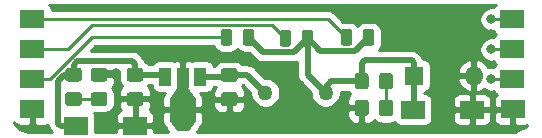
<source format=gbr>
G04 #@! TF.GenerationSoftware,KiCad,Pcbnew,(5.1.5)-3*
G04 #@! TF.CreationDate,2020-03-07T18:51:17-06:00*
G04 #@! TF.ProjectId,LinearRegulator15to5,4c696e65-6172-4526-9567-756c61746f72,rev?*
G04 #@! TF.SameCoordinates,Original*
G04 #@! TF.FileFunction,Copper,L1,Top*
G04 #@! TF.FilePolarity,Positive*
%FSLAX46Y46*%
G04 Gerber Fmt 4.6, Leading zero omitted, Abs format (unit mm)*
G04 Created by KiCad (PCBNEW (5.1.5)-3) date 2020-03-07 18:51:17*
%MOMM*%
%LPD*%
G04 APERTURE LIST*
%ADD10R,2.000000X1.500000*%
%ADD11C,1.270000*%
%ADD12C,0.100000*%
%ADD13R,1.600000X1.600000*%
%ADD14O,1.600000X1.600000*%
%ADD15R,1.000000X1.500000*%
%ADD16R,1.000000X1.800000*%
%ADD17R,2.200000X1.840000*%
%ADD18C,0.800000*%
%ADD19C,0.500000*%
%ADD20C,0.250000*%
%ADD21C,0.254000*%
G04 APERTURE END LIST*
D10*
X178856000Y-124460000D03*
X178816000Y-121920000D03*
X178816000Y-119380000D03*
X178816000Y-116840000D03*
X138176000Y-124460000D03*
X138176000Y-116840000D03*
X138176000Y-119380000D03*
X138176000Y-121920000D03*
D11*
X163001800Y-123063000D03*
X157901800Y-123063000D03*
G04 #@! TA.AperFunction,SMDPad,CuDef*
D12*
G36*
X166891642Y-117665174D02*
G01*
X166915303Y-117668684D01*
X166938507Y-117674496D01*
X166961029Y-117682554D01*
X166982653Y-117692782D01*
X167003170Y-117705079D01*
X167022383Y-117719329D01*
X167040107Y-117735393D01*
X167056171Y-117753117D01*
X167070421Y-117772330D01*
X167082718Y-117792847D01*
X167092946Y-117814471D01*
X167101004Y-117836993D01*
X167106816Y-117860197D01*
X167110326Y-117883858D01*
X167111500Y-117907750D01*
X167111500Y-118820250D01*
X167110326Y-118844142D01*
X167106816Y-118867803D01*
X167101004Y-118891007D01*
X167092946Y-118913529D01*
X167082718Y-118935153D01*
X167070421Y-118955670D01*
X167056171Y-118974883D01*
X167040107Y-118992607D01*
X167022383Y-119008671D01*
X167003170Y-119022921D01*
X166982653Y-119035218D01*
X166961029Y-119045446D01*
X166938507Y-119053504D01*
X166915303Y-119059316D01*
X166891642Y-119062826D01*
X166867750Y-119064000D01*
X166380250Y-119064000D01*
X166356358Y-119062826D01*
X166332697Y-119059316D01*
X166309493Y-119053504D01*
X166286971Y-119045446D01*
X166265347Y-119035218D01*
X166244830Y-119022921D01*
X166225617Y-119008671D01*
X166207893Y-118992607D01*
X166191829Y-118974883D01*
X166177579Y-118955670D01*
X166165282Y-118935153D01*
X166155054Y-118913529D01*
X166146996Y-118891007D01*
X166141184Y-118867803D01*
X166137674Y-118844142D01*
X166136500Y-118820250D01*
X166136500Y-117907750D01*
X166137674Y-117883858D01*
X166141184Y-117860197D01*
X166146996Y-117836993D01*
X166155054Y-117814471D01*
X166165282Y-117792847D01*
X166177579Y-117772330D01*
X166191829Y-117753117D01*
X166207893Y-117735393D01*
X166225617Y-117719329D01*
X166244830Y-117705079D01*
X166265347Y-117692782D01*
X166286971Y-117682554D01*
X166309493Y-117674496D01*
X166332697Y-117668684D01*
X166356358Y-117665174D01*
X166380250Y-117664000D01*
X166867750Y-117664000D01*
X166891642Y-117665174D01*
G37*
G04 #@! TD.AperFunction*
G04 #@! TA.AperFunction,SMDPad,CuDef*
G36*
X165016642Y-117665174D02*
G01*
X165040303Y-117668684D01*
X165063507Y-117674496D01*
X165086029Y-117682554D01*
X165107653Y-117692782D01*
X165128170Y-117705079D01*
X165147383Y-117719329D01*
X165165107Y-117735393D01*
X165181171Y-117753117D01*
X165195421Y-117772330D01*
X165207718Y-117792847D01*
X165217946Y-117814471D01*
X165226004Y-117836993D01*
X165231816Y-117860197D01*
X165235326Y-117883858D01*
X165236500Y-117907750D01*
X165236500Y-118820250D01*
X165235326Y-118844142D01*
X165231816Y-118867803D01*
X165226004Y-118891007D01*
X165217946Y-118913529D01*
X165207718Y-118935153D01*
X165195421Y-118955670D01*
X165181171Y-118974883D01*
X165165107Y-118992607D01*
X165147383Y-119008671D01*
X165128170Y-119022921D01*
X165107653Y-119035218D01*
X165086029Y-119045446D01*
X165063507Y-119053504D01*
X165040303Y-119059316D01*
X165016642Y-119062826D01*
X164992750Y-119064000D01*
X164505250Y-119064000D01*
X164481358Y-119062826D01*
X164457697Y-119059316D01*
X164434493Y-119053504D01*
X164411971Y-119045446D01*
X164390347Y-119035218D01*
X164369830Y-119022921D01*
X164350617Y-119008671D01*
X164332893Y-118992607D01*
X164316829Y-118974883D01*
X164302579Y-118955670D01*
X164290282Y-118935153D01*
X164280054Y-118913529D01*
X164271996Y-118891007D01*
X164266184Y-118867803D01*
X164262674Y-118844142D01*
X164261500Y-118820250D01*
X164261500Y-117907750D01*
X164262674Y-117883858D01*
X164266184Y-117860197D01*
X164271996Y-117836993D01*
X164280054Y-117814471D01*
X164290282Y-117792847D01*
X164302579Y-117772330D01*
X164316829Y-117753117D01*
X164332893Y-117735393D01*
X164350617Y-117719329D01*
X164369830Y-117705079D01*
X164390347Y-117692782D01*
X164411971Y-117682554D01*
X164434493Y-117674496D01*
X164457697Y-117668684D01*
X164481358Y-117665174D01*
X164505250Y-117664000D01*
X164992750Y-117664000D01*
X165016642Y-117665174D01*
G37*
G04 #@! TD.AperFunction*
G04 #@! TA.AperFunction,SMDPad,CuDef*
G36*
X161733142Y-117743674D02*
G01*
X161756803Y-117747184D01*
X161780007Y-117752996D01*
X161802529Y-117761054D01*
X161824153Y-117771282D01*
X161844670Y-117783579D01*
X161863883Y-117797829D01*
X161881607Y-117813893D01*
X161897671Y-117831617D01*
X161911921Y-117850830D01*
X161924218Y-117871347D01*
X161934446Y-117892971D01*
X161942504Y-117915493D01*
X161948316Y-117938697D01*
X161951826Y-117962358D01*
X161953000Y-117986250D01*
X161953000Y-118898750D01*
X161951826Y-118922642D01*
X161948316Y-118946303D01*
X161942504Y-118969507D01*
X161934446Y-118992029D01*
X161924218Y-119013653D01*
X161911921Y-119034170D01*
X161897671Y-119053383D01*
X161881607Y-119071107D01*
X161863883Y-119087171D01*
X161844670Y-119101421D01*
X161824153Y-119113718D01*
X161802529Y-119123946D01*
X161780007Y-119132004D01*
X161756803Y-119137816D01*
X161733142Y-119141326D01*
X161709250Y-119142500D01*
X161221750Y-119142500D01*
X161197858Y-119141326D01*
X161174197Y-119137816D01*
X161150993Y-119132004D01*
X161128471Y-119123946D01*
X161106847Y-119113718D01*
X161086330Y-119101421D01*
X161067117Y-119087171D01*
X161049393Y-119071107D01*
X161033329Y-119053383D01*
X161019079Y-119034170D01*
X161006782Y-119013653D01*
X160996554Y-118992029D01*
X160988496Y-118969507D01*
X160982684Y-118946303D01*
X160979174Y-118922642D01*
X160978000Y-118898750D01*
X160978000Y-117986250D01*
X160979174Y-117962358D01*
X160982684Y-117938697D01*
X160988496Y-117915493D01*
X160996554Y-117892971D01*
X161006782Y-117871347D01*
X161019079Y-117850830D01*
X161033329Y-117831617D01*
X161049393Y-117813893D01*
X161067117Y-117797829D01*
X161086330Y-117783579D01*
X161106847Y-117771282D01*
X161128471Y-117761054D01*
X161150993Y-117752996D01*
X161174197Y-117747184D01*
X161197858Y-117743674D01*
X161221750Y-117742500D01*
X161709250Y-117742500D01*
X161733142Y-117743674D01*
G37*
G04 #@! TD.AperFunction*
G04 #@! TA.AperFunction,SMDPad,CuDef*
G36*
X159858142Y-117743674D02*
G01*
X159881803Y-117747184D01*
X159905007Y-117752996D01*
X159927529Y-117761054D01*
X159949153Y-117771282D01*
X159969670Y-117783579D01*
X159988883Y-117797829D01*
X160006607Y-117813893D01*
X160022671Y-117831617D01*
X160036921Y-117850830D01*
X160049218Y-117871347D01*
X160059446Y-117892971D01*
X160067504Y-117915493D01*
X160073316Y-117938697D01*
X160076826Y-117962358D01*
X160078000Y-117986250D01*
X160078000Y-118898750D01*
X160076826Y-118922642D01*
X160073316Y-118946303D01*
X160067504Y-118969507D01*
X160059446Y-118992029D01*
X160049218Y-119013653D01*
X160036921Y-119034170D01*
X160022671Y-119053383D01*
X160006607Y-119071107D01*
X159988883Y-119087171D01*
X159969670Y-119101421D01*
X159949153Y-119113718D01*
X159927529Y-119123946D01*
X159905007Y-119132004D01*
X159881803Y-119137816D01*
X159858142Y-119141326D01*
X159834250Y-119142500D01*
X159346750Y-119142500D01*
X159322858Y-119141326D01*
X159299197Y-119137816D01*
X159275993Y-119132004D01*
X159253471Y-119123946D01*
X159231847Y-119113718D01*
X159211330Y-119101421D01*
X159192117Y-119087171D01*
X159174393Y-119071107D01*
X159158329Y-119053383D01*
X159144079Y-119034170D01*
X159131782Y-119013653D01*
X159121554Y-118992029D01*
X159113496Y-118969507D01*
X159107684Y-118946303D01*
X159104174Y-118922642D01*
X159103000Y-118898750D01*
X159103000Y-117986250D01*
X159104174Y-117962358D01*
X159107684Y-117938697D01*
X159113496Y-117915493D01*
X159121554Y-117892971D01*
X159131782Y-117871347D01*
X159144079Y-117850830D01*
X159158329Y-117831617D01*
X159174393Y-117813893D01*
X159192117Y-117797829D01*
X159211330Y-117783579D01*
X159231847Y-117771282D01*
X159253471Y-117761054D01*
X159275993Y-117752996D01*
X159299197Y-117747184D01*
X159322858Y-117743674D01*
X159346750Y-117742500D01*
X159834250Y-117742500D01*
X159858142Y-117743674D01*
G37*
G04 #@! TD.AperFunction*
G04 #@! TA.AperFunction,SMDPad,CuDef*
G36*
X156731642Y-117665174D02*
G01*
X156755303Y-117668684D01*
X156778507Y-117674496D01*
X156801029Y-117682554D01*
X156822653Y-117692782D01*
X156843170Y-117705079D01*
X156862383Y-117719329D01*
X156880107Y-117735393D01*
X156896171Y-117753117D01*
X156910421Y-117772330D01*
X156922718Y-117792847D01*
X156932946Y-117814471D01*
X156941004Y-117836993D01*
X156946816Y-117860197D01*
X156950326Y-117883858D01*
X156951500Y-117907750D01*
X156951500Y-118820250D01*
X156950326Y-118844142D01*
X156946816Y-118867803D01*
X156941004Y-118891007D01*
X156932946Y-118913529D01*
X156922718Y-118935153D01*
X156910421Y-118955670D01*
X156896171Y-118974883D01*
X156880107Y-118992607D01*
X156862383Y-119008671D01*
X156843170Y-119022921D01*
X156822653Y-119035218D01*
X156801029Y-119045446D01*
X156778507Y-119053504D01*
X156755303Y-119059316D01*
X156731642Y-119062826D01*
X156707750Y-119064000D01*
X156220250Y-119064000D01*
X156196358Y-119062826D01*
X156172697Y-119059316D01*
X156149493Y-119053504D01*
X156126971Y-119045446D01*
X156105347Y-119035218D01*
X156084830Y-119022921D01*
X156065617Y-119008671D01*
X156047893Y-118992607D01*
X156031829Y-118974883D01*
X156017579Y-118955670D01*
X156005282Y-118935153D01*
X155995054Y-118913529D01*
X155986996Y-118891007D01*
X155981184Y-118867803D01*
X155977674Y-118844142D01*
X155976500Y-118820250D01*
X155976500Y-117907750D01*
X155977674Y-117883858D01*
X155981184Y-117860197D01*
X155986996Y-117836993D01*
X155995054Y-117814471D01*
X156005282Y-117792847D01*
X156017579Y-117772330D01*
X156031829Y-117753117D01*
X156047893Y-117735393D01*
X156065617Y-117719329D01*
X156084830Y-117705079D01*
X156105347Y-117692782D01*
X156126971Y-117682554D01*
X156149493Y-117674496D01*
X156172697Y-117668684D01*
X156196358Y-117665174D01*
X156220250Y-117664000D01*
X156707750Y-117664000D01*
X156731642Y-117665174D01*
G37*
G04 #@! TD.AperFunction*
G04 #@! TA.AperFunction,SMDPad,CuDef*
G36*
X154856642Y-117665174D02*
G01*
X154880303Y-117668684D01*
X154903507Y-117674496D01*
X154926029Y-117682554D01*
X154947653Y-117692782D01*
X154968170Y-117705079D01*
X154987383Y-117719329D01*
X155005107Y-117735393D01*
X155021171Y-117753117D01*
X155035421Y-117772330D01*
X155047718Y-117792847D01*
X155057946Y-117814471D01*
X155066004Y-117836993D01*
X155071816Y-117860197D01*
X155075326Y-117883858D01*
X155076500Y-117907750D01*
X155076500Y-118820250D01*
X155075326Y-118844142D01*
X155071816Y-118867803D01*
X155066004Y-118891007D01*
X155057946Y-118913529D01*
X155047718Y-118935153D01*
X155035421Y-118955670D01*
X155021171Y-118974883D01*
X155005107Y-118992607D01*
X154987383Y-119008671D01*
X154968170Y-119022921D01*
X154947653Y-119035218D01*
X154926029Y-119045446D01*
X154903507Y-119053504D01*
X154880303Y-119059316D01*
X154856642Y-119062826D01*
X154832750Y-119064000D01*
X154345250Y-119064000D01*
X154321358Y-119062826D01*
X154297697Y-119059316D01*
X154274493Y-119053504D01*
X154251971Y-119045446D01*
X154230347Y-119035218D01*
X154209830Y-119022921D01*
X154190617Y-119008671D01*
X154172893Y-118992607D01*
X154156829Y-118974883D01*
X154142579Y-118955670D01*
X154130282Y-118935153D01*
X154120054Y-118913529D01*
X154111996Y-118891007D01*
X154106184Y-118867803D01*
X154102674Y-118844142D01*
X154101500Y-118820250D01*
X154101500Y-117907750D01*
X154102674Y-117883858D01*
X154106184Y-117860197D01*
X154111996Y-117836993D01*
X154120054Y-117814471D01*
X154130282Y-117792847D01*
X154142579Y-117772330D01*
X154156829Y-117753117D01*
X154172893Y-117735393D01*
X154190617Y-117719329D01*
X154209830Y-117705079D01*
X154230347Y-117692782D01*
X154251971Y-117682554D01*
X154274493Y-117674496D01*
X154297697Y-117668684D01*
X154321358Y-117665174D01*
X154345250Y-117664000D01*
X154832750Y-117664000D01*
X154856642Y-117665174D01*
G37*
G04 #@! TD.AperFunction*
G04 #@! TA.AperFunction,SMDPad,CuDef*
G36*
X147337305Y-120956204D02*
G01*
X147361573Y-120959804D01*
X147385372Y-120965765D01*
X147408471Y-120974030D01*
X147430650Y-120984520D01*
X147451693Y-120997132D01*
X147471399Y-121011747D01*
X147489577Y-121028223D01*
X147506053Y-121046401D01*
X147520668Y-121066107D01*
X147533280Y-121087150D01*
X147543770Y-121109329D01*
X147552035Y-121132428D01*
X147557996Y-121156227D01*
X147561596Y-121180495D01*
X147562800Y-121204999D01*
X147562800Y-121855001D01*
X147561596Y-121879505D01*
X147557996Y-121903773D01*
X147552035Y-121927572D01*
X147543770Y-121950671D01*
X147533280Y-121972850D01*
X147520668Y-121993893D01*
X147506053Y-122013599D01*
X147489577Y-122031777D01*
X147471399Y-122048253D01*
X147451693Y-122062868D01*
X147430650Y-122075480D01*
X147408471Y-122085970D01*
X147385372Y-122094235D01*
X147361573Y-122100196D01*
X147337305Y-122103796D01*
X147312801Y-122105000D01*
X146412799Y-122105000D01*
X146388295Y-122103796D01*
X146364027Y-122100196D01*
X146340228Y-122094235D01*
X146317129Y-122085970D01*
X146294950Y-122075480D01*
X146273907Y-122062868D01*
X146254201Y-122048253D01*
X146236023Y-122031777D01*
X146219547Y-122013599D01*
X146204932Y-121993893D01*
X146192320Y-121972850D01*
X146181830Y-121950671D01*
X146173565Y-121927572D01*
X146167604Y-121903773D01*
X146164004Y-121879505D01*
X146162800Y-121855001D01*
X146162800Y-121204999D01*
X146164004Y-121180495D01*
X146167604Y-121156227D01*
X146173565Y-121132428D01*
X146181830Y-121109329D01*
X146192320Y-121087150D01*
X146204932Y-121066107D01*
X146219547Y-121046401D01*
X146236023Y-121028223D01*
X146254201Y-121011747D01*
X146273907Y-120997132D01*
X146294950Y-120984520D01*
X146317129Y-120974030D01*
X146340228Y-120965765D01*
X146364027Y-120959804D01*
X146388295Y-120956204D01*
X146412799Y-120955000D01*
X147312801Y-120955000D01*
X147337305Y-120956204D01*
G37*
G04 #@! TD.AperFunction*
G04 #@! TA.AperFunction,SMDPad,CuDef*
G36*
X147337305Y-123006204D02*
G01*
X147361573Y-123009804D01*
X147385372Y-123015765D01*
X147408471Y-123024030D01*
X147430650Y-123034520D01*
X147451693Y-123047132D01*
X147471399Y-123061747D01*
X147489577Y-123078223D01*
X147506053Y-123096401D01*
X147520668Y-123116107D01*
X147533280Y-123137150D01*
X147543770Y-123159329D01*
X147552035Y-123182428D01*
X147557996Y-123206227D01*
X147561596Y-123230495D01*
X147562800Y-123254999D01*
X147562800Y-123905001D01*
X147561596Y-123929505D01*
X147557996Y-123953773D01*
X147552035Y-123977572D01*
X147543770Y-124000671D01*
X147533280Y-124022850D01*
X147520668Y-124043893D01*
X147506053Y-124063599D01*
X147489577Y-124081777D01*
X147471399Y-124098253D01*
X147451693Y-124112868D01*
X147430650Y-124125480D01*
X147408471Y-124135970D01*
X147385372Y-124144235D01*
X147361573Y-124150196D01*
X147337305Y-124153796D01*
X147312801Y-124155000D01*
X146412799Y-124155000D01*
X146388295Y-124153796D01*
X146364027Y-124150196D01*
X146340228Y-124144235D01*
X146317129Y-124135970D01*
X146294950Y-124125480D01*
X146273907Y-124112868D01*
X146254201Y-124098253D01*
X146236023Y-124081777D01*
X146219547Y-124063599D01*
X146204932Y-124043893D01*
X146192320Y-124022850D01*
X146181830Y-124000671D01*
X146173565Y-123977572D01*
X146167604Y-123953773D01*
X146164004Y-123929505D01*
X146162800Y-123905001D01*
X146162800Y-123254999D01*
X146164004Y-123230495D01*
X146167604Y-123206227D01*
X146173565Y-123182428D01*
X146181830Y-123159329D01*
X146192320Y-123137150D01*
X146204932Y-123116107D01*
X146219547Y-123096401D01*
X146236023Y-123078223D01*
X146254201Y-123061747D01*
X146273907Y-123047132D01*
X146294950Y-123034520D01*
X146317129Y-123024030D01*
X146340228Y-123015765D01*
X146364027Y-123009804D01*
X146388295Y-123006204D01*
X146412799Y-123005000D01*
X147312801Y-123005000D01*
X147337305Y-123006204D01*
G37*
G04 #@! TD.AperFunction*
G04 #@! TA.AperFunction,SMDPad,CuDef*
G36*
X155312905Y-123015204D02*
G01*
X155337173Y-123018804D01*
X155360972Y-123024765D01*
X155384071Y-123033030D01*
X155406250Y-123043520D01*
X155427293Y-123056132D01*
X155446999Y-123070747D01*
X155465177Y-123087223D01*
X155481653Y-123105401D01*
X155496268Y-123125107D01*
X155508880Y-123146150D01*
X155519370Y-123168329D01*
X155527635Y-123191428D01*
X155533596Y-123215227D01*
X155537196Y-123239495D01*
X155538400Y-123263999D01*
X155538400Y-123914001D01*
X155537196Y-123938505D01*
X155533596Y-123962773D01*
X155527635Y-123986572D01*
X155519370Y-124009671D01*
X155508880Y-124031850D01*
X155496268Y-124052893D01*
X155481653Y-124072599D01*
X155465177Y-124090777D01*
X155446999Y-124107253D01*
X155427293Y-124121868D01*
X155406250Y-124134480D01*
X155384071Y-124144970D01*
X155360972Y-124153235D01*
X155337173Y-124159196D01*
X155312905Y-124162796D01*
X155288401Y-124164000D01*
X154388399Y-124164000D01*
X154363895Y-124162796D01*
X154339627Y-124159196D01*
X154315828Y-124153235D01*
X154292729Y-124144970D01*
X154270550Y-124134480D01*
X154249507Y-124121868D01*
X154229801Y-124107253D01*
X154211623Y-124090777D01*
X154195147Y-124072599D01*
X154180532Y-124052893D01*
X154167920Y-124031850D01*
X154157430Y-124009671D01*
X154149165Y-123986572D01*
X154143204Y-123962773D01*
X154139604Y-123938505D01*
X154138400Y-123914001D01*
X154138400Y-123263999D01*
X154139604Y-123239495D01*
X154143204Y-123215227D01*
X154149165Y-123191428D01*
X154157430Y-123168329D01*
X154167920Y-123146150D01*
X154180532Y-123125107D01*
X154195147Y-123105401D01*
X154211623Y-123087223D01*
X154229801Y-123070747D01*
X154249507Y-123056132D01*
X154270550Y-123043520D01*
X154292729Y-123033030D01*
X154315828Y-123024765D01*
X154339627Y-123018804D01*
X154363895Y-123015204D01*
X154388399Y-123014000D01*
X155288401Y-123014000D01*
X155312905Y-123015204D01*
G37*
G04 #@! TD.AperFunction*
G04 #@! TA.AperFunction,SMDPad,CuDef*
G36*
X155312905Y-120965204D02*
G01*
X155337173Y-120968804D01*
X155360972Y-120974765D01*
X155384071Y-120983030D01*
X155406250Y-120993520D01*
X155427293Y-121006132D01*
X155446999Y-121020747D01*
X155465177Y-121037223D01*
X155481653Y-121055401D01*
X155496268Y-121075107D01*
X155508880Y-121096150D01*
X155519370Y-121118329D01*
X155527635Y-121141428D01*
X155533596Y-121165227D01*
X155537196Y-121189495D01*
X155538400Y-121213999D01*
X155538400Y-121864001D01*
X155537196Y-121888505D01*
X155533596Y-121912773D01*
X155527635Y-121936572D01*
X155519370Y-121959671D01*
X155508880Y-121981850D01*
X155496268Y-122002893D01*
X155481653Y-122022599D01*
X155465177Y-122040777D01*
X155446999Y-122057253D01*
X155427293Y-122071868D01*
X155406250Y-122084480D01*
X155384071Y-122094970D01*
X155360972Y-122103235D01*
X155337173Y-122109196D01*
X155312905Y-122112796D01*
X155288401Y-122114000D01*
X154388399Y-122114000D01*
X154363895Y-122112796D01*
X154339627Y-122109196D01*
X154315828Y-122103235D01*
X154292729Y-122094970D01*
X154270550Y-122084480D01*
X154249507Y-122071868D01*
X154229801Y-122057253D01*
X154211623Y-122040777D01*
X154195147Y-122022599D01*
X154180532Y-122002893D01*
X154167920Y-121981850D01*
X154157430Y-121959671D01*
X154149165Y-121936572D01*
X154143204Y-121912773D01*
X154139604Y-121888505D01*
X154138400Y-121864001D01*
X154138400Y-121213999D01*
X154139604Y-121189495D01*
X154143204Y-121165227D01*
X154149165Y-121141428D01*
X154157430Y-121118329D01*
X154167920Y-121096150D01*
X154180532Y-121075107D01*
X154195147Y-121055401D01*
X154211623Y-121037223D01*
X154229801Y-121020747D01*
X154249507Y-121006132D01*
X154270550Y-120993520D01*
X154292729Y-120983030D01*
X154315828Y-120974765D01*
X154339627Y-120968804D01*
X154363895Y-120965204D01*
X154388399Y-120964000D01*
X155288401Y-120964000D01*
X155312905Y-120965204D01*
G37*
G04 #@! TD.AperFunction*
G04 #@! TA.AperFunction,SMDPad,CuDef*
G36*
X144289305Y-123006204D02*
G01*
X144313573Y-123009804D01*
X144337372Y-123015765D01*
X144360471Y-123024030D01*
X144382650Y-123034520D01*
X144403693Y-123047132D01*
X144423399Y-123061747D01*
X144441577Y-123078223D01*
X144458053Y-123096401D01*
X144472668Y-123116107D01*
X144485280Y-123137150D01*
X144495770Y-123159329D01*
X144504035Y-123182428D01*
X144509996Y-123206227D01*
X144513596Y-123230495D01*
X144514800Y-123254999D01*
X144514800Y-123905001D01*
X144513596Y-123929505D01*
X144509996Y-123953773D01*
X144504035Y-123977572D01*
X144495770Y-124000671D01*
X144485280Y-124022850D01*
X144472668Y-124043893D01*
X144458053Y-124063599D01*
X144441577Y-124081777D01*
X144423399Y-124098253D01*
X144403693Y-124112868D01*
X144382650Y-124125480D01*
X144360471Y-124135970D01*
X144337372Y-124144235D01*
X144313573Y-124150196D01*
X144289305Y-124153796D01*
X144264801Y-124155000D01*
X143364799Y-124155000D01*
X143340295Y-124153796D01*
X143316027Y-124150196D01*
X143292228Y-124144235D01*
X143269129Y-124135970D01*
X143246950Y-124125480D01*
X143225907Y-124112868D01*
X143206201Y-124098253D01*
X143188023Y-124081777D01*
X143171547Y-124063599D01*
X143156932Y-124043893D01*
X143144320Y-124022850D01*
X143133830Y-124000671D01*
X143125565Y-123977572D01*
X143119604Y-123953773D01*
X143116004Y-123929505D01*
X143114800Y-123905001D01*
X143114800Y-123254999D01*
X143116004Y-123230495D01*
X143119604Y-123206227D01*
X143125565Y-123182428D01*
X143133830Y-123159329D01*
X143144320Y-123137150D01*
X143156932Y-123116107D01*
X143171547Y-123096401D01*
X143188023Y-123078223D01*
X143206201Y-123061747D01*
X143225907Y-123047132D01*
X143246950Y-123034520D01*
X143269129Y-123024030D01*
X143292228Y-123015765D01*
X143316027Y-123009804D01*
X143340295Y-123006204D01*
X143364799Y-123005000D01*
X144264801Y-123005000D01*
X144289305Y-123006204D01*
G37*
G04 #@! TD.AperFunction*
G04 #@! TA.AperFunction,SMDPad,CuDef*
G36*
X144289305Y-120956204D02*
G01*
X144313573Y-120959804D01*
X144337372Y-120965765D01*
X144360471Y-120974030D01*
X144382650Y-120984520D01*
X144403693Y-120997132D01*
X144423399Y-121011747D01*
X144441577Y-121028223D01*
X144458053Y-121046401D01*
X144472668Y-121066107D01*
X144485280Y-121087150D01*
X144495770Y-121109329D01*
X144504035Y-121132428D01*
X144509996Y-121156227D01*
X144513596Y-121180495D01*
X144514800Y-121204999D01*
X144514800Y-121855001D01*
X144513596Y-121879505D01*
X144509996Y-121903773D01*
X144504035Y-121927572D01*
X144495770Y-121950671D01*
X144485280Y-121972850D01*
X144472668Y-121993893D01*
X144458053Y-122013599D01*
X144441577Y-122031777D01*
X144423399Y-122048253D01*
X144403693Y-122062868D01*
X144382650Y-122075480D01*
X144360471Y-122085970D01*
X144337372Y-122094235D01*
X144313573Y-122100196D01*
X144289305Y-122103796D01*
X144264801Y-122105000D01*
X143364799Y-122105000D01*
X143340295Y-122103796D01*
X143316027Y-122100196D01*
X143292228Y-122094235D01*
X143269129Y-122085970D01*
X143246950Y-122075480D01*
X143225907Y-122062868D01*
X143206201Y-122048253D01*
X143188023Y-122031777D01*
X143171547Y-122013599D01*
X143156932Y-121993893D01*
X143144320Y-121972850D01*
X143133830Y-121950671D01*
X143125565Y-121927572D01*
X143119604Y-121903773D01*
X143116004Y-121879505D01*
X143114800Y-121855001D01*
X143114800Y-121204999D01*
X143116004Y-121180495D01*
X143119604Y-121156227D01*
X143125565Y-121132428D01*
X143133830Y-121109329D01*
X143144320Y-121087150D01*
X143156932Y-121066107D01*
X143171547Y-121046401D01*
X143188023Y-121028223D01*
X143206201Y-121011747D01*
X143225907Y-120997132D01*
X143246950Y-120984520D01*
X143269129Y-120974030D01*
X143292228Y-120965765D01*
X143316027Y-120959804D01*
X143340295Y-120956204D01*
X143364799Y-120955000D01*
X144264801Y-120955000D01*
X144289305Y-120956204D01*
G37*
G04 #@! TD.AperFunction*
G04 #@! TA.AperFunction,SMDPad,CuDef*
G36*
X166405705Y-123634204D02*
G01*
X166429973Y-123637804D01*
X166453772Y-123643765D01*
X166476871Y-123652030D01*
X166499050Y-123662520D01*
X166520093Y-123675132D01*
X166539799Y-123689747D01*
X166557977Y-123706223D01*
X166574453Y-123724401D01*
X166589068Y-123744107D01*
X166601680Y-123765150D01*
X166612170Y-123787329D01*
X166620435Y-123810428D01*
X166626396Y-123834227D01*
X166629996Y-123858495D01*
X166631200Y-123882999D01*
X166631200Y-124783001D01*
X166629996Y-124807505D01*
X166626396Y-124831773D01*
X166620435Y-124855572D01*
X166612170Y-124878671D01*
X166601680Y-124900850D01*
X166589068Y-124921893D01*
X166574453Y-124941599D01*
X166557977Y-124959777D01*
X166539799Y-124976253D01*
X166520093Y-124990868D01*
X166499050Y-125003480D01*
X166476871Y-125013970D01*
X166453772Y-125022235D01*
X166429973Y-125028196D01*
X166405705Y-125031796D01*
X166381201Y-125033000D01*
X165731199Y-125033000D01*
X165706695Y-125031796D01*
X165682427Y-125028196D01*
X165658628Y-125022235D01*
X165635529Y-125013970D01*
X165613350Y-125003480D01*
X165592307Y-124990868D01*
X165572601Y-124976253D01*
X165554423Y-124959777D01*
X165537947Y-124941599D01*
X165523332Y-124921893D01*
X165510720Y-124900850D01*
X165500230Y-124878671D01*
X165491965Y-124855572D01*
X165486004Y-124831773D01*
X165482404Y-124807505D01*
X165481200Y-124783001D01*
X165481200Y-123882999D01*
X165482404Y-123858495D01*
X165486004Y-123834227D01*
X165491965Y-123810428D01*
X165500230Y-123787329D01*
X165510720Y-123765150D01*
X165523332Y-123744107D01*
X165537947Y-123724401D01*
X165554423Y-123706223D01*
X165572601Y-123689747D01*
X165592307Y-123675132D01*
X165613350Y-123662520D01*
X165635529Y-123652030D01*
X165658628Y-123643765D01*
X165682427Y-123637804D01*
X165706695Y-123634204D01*
X165731199Y-123633000D01*
X166381201Y-123633000D01*
X166405705Y-123634204D01*
G37*
G04 #@! TD.AperFunction*
G04 #@! TA.AperFunction,SMDPad,CuDef*
G36*
X168455705Y-123634204D02*
G01*
X168479973Y-123637804D01*
X168503772Y-123643765D01*
X168526871Y-123652030D01*
X168549050Y-123662520D01*
X168570093Y-123675132D01*
X168589799Y-123689747D01*
X168607977Y-123706223D01*
X168624453Y-123724401D01*
X168639068Y-123744107D01*
X168651680Y-123765150D01*
X168662170Y-123787329D01*
X168670435Y-123810428D01*
X168676396Y-123834227D01*
X168679996Y-123858495D01*
X168681200Y-123882999D01*
X168681200Y-124783001D01*
X168679996Y-124807505D01*
X168676396Y-124831773D01*
X168670435Y-124855572D01*
X168662170Y-124878671D01*
X168651680Y-124900850D01*
X168639068Y-124921893D01*
X168624453Y-124941599D01*
X168607977Y-124959777D01*
X168589799Y-124976253D01*
X168570093Y-124990868D01*
X168549050Y-125003480D01*
X168526871Y-125013970D01*
X168503772Y-125022235D01*
X168479973Y-125028196D01*
X168455705Y-125031796D01*
X168431201Y-125033000D01*
X167781199Y-125033000D01*
X167756695Y-125031796D01*
X167732427Y-125028196D01*
X167708628Y-125022235D01*
X167685529Y-125013970D01*
X167663350Y-125003480D01*
X167642307Y-124990868D01*
X167622601Y-124976253D01*
X167604423Y-124959777D01*
X167587947Y-124941599D01*
X167573332Y-124921893D01*
X167560720Y-124900850D01*
X167550230Y-124878671D01*
X167541965Y-124855572D01*
X167536004Y-124831773D01*
X167532404Y-124807505D01*
X167531200Y-124783001D01*
X167531200Y-123882999D01*
X167532404Y-123858495D01*
X167536004Y-123834227D01*
X167541965Y-123810428D01*
X167550230Y-123787329D01*
X167560720Y-123765150D01*
X167573332Y-123744107D01*
X167587947Y-123724401D01*
X167604423Y-123706223D01*
X167622601Y-123689747D01*
X167642307Y-123675132D01*
X167663350Y-123662520D01*
X167685529Y-123652030D01*
X167708628Y-123643765D01*
X167732427Y-123637804D01*
X167756695Y-123634204D01*
X167781199Y-123633000D01*
X168431201Y-123633000D01*
X168455705Y-123634204D01*
G37*
G04 #@! TD.AperFunction*
D13*
X170459400Y-121615200D03*
D14*
X175539400Y-121615200D03*
G04 #@! TA.AperFunction,SMDPad,CuDef*
D12*
G36*
X142130305Y-120956204D02*
G01*
X142154573Y-120959804D01*
X142178372Y-120965765D01*
X142201471Y-120974030D01*
X142223650Y-120984520D01*
X142244693Y-120997132D01*
X142264399Y-121011747D01*
X142282577Y-121028223D01*
X142299053Y-121046401D01*
X142313668Y-121066107D01*
X142326280Y-121087150D01*
X142336770Y-121109329D01*
X142345035Y-121132428D01*
X142350996Y-121156227D01*
X142354596Y-121180495D01*
X142355800Y-121204999D01*
X142355800Y-121855001D01*
X142354596Y-121879505D01*
X142350996Y-121903773D01*
X142345035Y-121927572D01*
X142336770Y-121950671D01*
X142326280Y-121972850D01*
X142313668Y-121993893D01*
X142299053Y-122013599D01*
X142282577Y-122031777D01*
X142264399Y-122048253D01*
X142244693Y-122062868D01*
X142223650Y-122075480D01*
X142201471Y-122085970D01*
X142178372Y-122094235D01*
X142154573Y-122100196D01*
X142130305Y-122103796D01*
X142105801Y-122105000D01*
X141205799Y-122105000D01*
X141181295Y-122103796D01*
X141157027Y-122100196D01*
X141133228Y-122094235D01*
X141110129Y-122085970D01*
X141087950Y-122075480D01*
X141066907Y-122062868D01*
X141047201Y-122048253D01*
X141029023Y-122031777D01*
X141012547Y-122013599D01*
X140997932Y-121993893D01*
X140985320Y-121972850D01*
X140974830Y-121950671D01*
X140966565Y-121927572D01*
X140960604Y-121903773D01*
X140957004Y-121879505D01*
X140955800Y-121855001D01*
X140955800Y-121204999D01*
X140957004Y-121180495D01*
X140960604Y-121156227D01*
X140966565Y-121132428D01*
X140974830Y-121109329D01*
X140985320Y-121087150D01*
X140997932Y-121066107D01*
X141012547Y-121046401D01*
X141029023Y-121028223D01*
X141047201Y-121011747D01*
X141066907Y-120997132D01*
X141087950Y-120984520D01*
X141110129Y-120974030D01*
X141133228Y-120965765D01*
X141157027Y-120959804D01*
X141181295Y-120956204D01*
X141205799Y-120955000D01*
X142105801Y-120955000D01*
X142130305Y-120956204D01*
G37*
G04 #@! TD.AperFunction*
G04 #@! TA.AperFunction,SMDPad,CuDef*
G36*
X142130305Y-123006204D02*
G01*
X142154573Y-123009804D01*
X142178372Y-123015765D01*
X142201471Y-123024030D01*
X142223650Y-123034520D01*
X142244693Y-123047132D01*
X142264399Y-123061747D01*
X142282577Y-123078223D01*
X142299053Y-123096401D01*
X142313668Y-123116107D01*
X142326280Y-123137150D01*
X142336770Y-123159329D01*
X142345035Y-123182428D01*
X142350996Y-123206227D01*
X142354596Y-123230495D01*
X142355800Y-123254999D01*
X142355800Y-123905001D01*
X142354596Y-123929505D01*
X142350996Y-123953773D01*
X142345035Y-123977572D01*
X142336770Y-124000671D01*
X142326280Y-124022850D01*
X142313668Y-124043893D01*
X142299053Y-124063599D01*
X142282577Y-124081777D01*
X142264399Y-124098253D01*
X142244693Y-124112868D01*
X142223650Y-124125480D01*
X142201471Y-124135970D01*
X142178372Y-124144235D01*
X142154573Y-124150196D01*
X142130305Y-124153796D01*
X142105801Y-124155000D01*
X141205799Y-124155000D01*
X141181295Y-124153796D01*
X141157027Y-124150196D01*
X141133228Y-124144235D01*
X141110129Y-124135970D01*
X141087950Y-124125480D01*
X141066907Y-124112868D01*
X141047201Y-124098253D01*
X141029023Y-124081777D01*
X141012547Y-124063599D01*
X140997932Y-124043893D01*
X140985320Y-124022850D01*
X140974830Y-124000671D01*
X140966565Y-123977572D01*
X140960604Y-123953773D01*
X140957004Y-123929505D01*
X140955800Y-123905001D01*
X140955800Y-123254999D01*
X140957004Y-123230495D01*
X140960604Y-123206227D01*
X140966565Y-123182428D01*
X140974830Y-123159329D01*
X140985320Y-123137150D01*
X140997932Y-123116107D01*
X141012547Y-123096401D01*
X141029023Y-123078223D01*
X141047201Y-123061747D01*
X141066907Y-123047132D01*
X141087950Y-123034520D01*
X141110129Y-123024030D01*
X141133228Y-123015765D01*
X141157027Y-123009804D01*
X141181295Y-123006204D01*
X141205799Y-123005000D01*
X142105801Y-123005000D01*
X142130305Y-123006204D01*
G37*
G04 #@! TD.AperFunction*
G04 #@! TA.AperFunction,SMDPad,CuDef*
G36*
X168455705Y-121373604D02*
G01*
X168479973Y-121377204D01*
X168503772Y-121383165D01*
X168526871Y-121391430D01*
X168549050Y-121401920D01*
X168570093Y-121414532D01*
X168589799Y-121429147D01*
X168607977Y-121445623D01*
X168624453Y-121463801D01*
X168639068Y-121483507D01*
X168651680Y-121504550D01*
X168662170Y-121526729D01*
X168670435Y-121549828D01*
X168676396Y-121573627D01*
X168679996Y-121597895D01*
X168681200Y-121622399D01*
X168681200Y-122522401D01*
X168679996Y-122546905D01*
X168676396Y-122571173D01*
X168670435Y-122594972D01*
X168662170Y-122618071D01*
X168651680Y-122640250D01*
X168639068Y-122661293D01*
X168624453Y-122680999D01*
X168607977Y-122699177D01*
X168589799Y-122715653D01*
X168570093Y-122730268D01*
X168549050Y-122742880D01*
X168526871Y-122753370D01*
X168503772Y-122761635D01*
X168479973Y-122767596D01*
X168455705Y-122771196D01*
X168431201Y-122772400D01*
X167781199Y-122772400D01*
X167756695Y-122771196D01*
X167732427Y-122767596D01*
X167708628Y-122761635D01*
X167685529Y-122753370D01*
X167663350Y-122742880D01*
X167642307Y-122730268D01*
X167622601Y-122715653D01*
X167604423Y-122699177D01*
X167587947Y-122680999D01*
X167573332Y-122661293D01*
X167560720Y-122640250D01*
X167550230Y-122618071D01*
X167541965Y-122594972D01*
X167536004Y-122571173D01*
X167532404Y-122546905D01*
X167531200Y-122522401D01*
X167531200Y-121622399D01*
X167532404Y-121597895D01*
X167536004Y-121573627D01*
X167541965Y-121549828D01*
X167550230Y-121526729D01*
X167560720Y-121504550D01*
X167573332Y-121483507D01*
X167587947Y-121463801D01*
X167604423Y-121445623D01*
X167622601Y-121429147D01*
X167642307Y-121414532D01*
X167663350Y-121401920D01*
X167685529Y-121391430D01*
X167708628Y-121383165D01*
X167732427Y-121377204D01*
X167756695Y-121373604D01*
X167781199Y-121372400D01*
X168431201Y-121372400D01*
X168455705Y-121373604D01*
G37*
G04 #@! TD.AperFunction*
G04 #@! TA.AperFunction,SMDPad,CuDef*
G36*
X166405705Y-121373604D02*
G01*
X166429973Y-121377204D01*
X166453772Y-121383165D01*
X166476871Y-121391430D01*
X166499050Y-121401920D01*
X166520093Y-121414532D01*
X166539799Y-121429147D01*
X166557977Y-121445623D01*
X166574453Y-121463801D01*
X166589068Y-121483507D01*
X166601680Y-121504550D01*
X166612170Y-121526729D01*
X166620435Y-121549828D01*
X166626396Y-121573627D01*
X166629996Y-121597895D01*
X166631200Y-121622399D01*
X166631200Y-122522401D01*
X166629996Y-122546905D01*
X166626396Y-122571173D01*
X166620435Y-122594972D01*
X166612170Y-122618071D01*
X166601680Y-122640250D01*
X166589068Y-122661293D01*
X166574453Y-122680999D01*
X166557977Y-122699177D01*
X166539799Y-122715653D01*
X166520093Y-122730268D01*
X166499050Y-122742880D01*
X166476871Y-122753370D01*
X166453772Y-122761635D01*
X166429973Y-122767596D01*
X166405705Y-122771196D01*
X166381201Y-122772400D01*
X165731199Y-122772400D01*
X165706695Y-122771196D01*
X165682427Y-122767596D01*
X165658628Y-122761635D01*
X165635529Y-122753370D01*
X165613350Y-122742880D01*
X165592307Y-122730268D01*
X165572601Y-122715653D01*
X165554423Y-122699177D01*
X165537947Y-122680999D01*
X165523332Y-122661293D01*
X165510720Y-122640250D01*
X165500230Y-122618071D01*
X165491965Y-122594972D01*
X165486004Y-122571173D01*
X165482404Y-122546905D01*
X165481200Y-122522401D01*
X165481200Y-121622399D01*
X165482404Y-121597895D01*
X165486004Y-121573627D01*
X165491965Y-121549828D01*
X165500230Y-121526729D01*
X165510720Y-121504550D01*
X165523332Y-121483507D01*
X165537947Y-121463801D01*
X165554423Y-121445623D01*
X165572601Y-121429147D01*
X165592307Y-121414532D01*
X165613350Y-121401920D01*
X165635529Y-121391430D01*
X165658628Y-121383165D01*
X165682427Y-121377204D01*
X165706695Y-121373604D01*
X165731199Y-121372400D01*
X166381201Y-121372400D01*
X166405705Y-121373604D01*
G37*
G04 #@! TD.AperFunction*
G04 #@! TA.AperFunction,SMDPad,CuDef*
G36*
X152001400Y-125406600D02*
G01*
X151401400Y-126256600D01*
X150401400Y-126256600D01*
X149801400Y-125406600D01*
X152001400Y-125406600D01*
G37*
G04 #@! TD.AperFunction*
D15*
X152401400Y-121684600D03*
D16*
X150901400Y-121831100D03*
D15*
X149401400Y-121684600D03*
D17*
X150901400Y-124498100D03*
G04 #@! TA.AperFunction,SMDPad,CuDef*
D12*
G36*
X149801400Y-123588400D02*
G01*
X150501400Y-122588400D01*
X151301400Y-122588400D01*
X152001400Y-123588400D01*
X149801400Y-123588400D01*
G37*
G04 #@! TD.AperFunction*
D10*
X146859000Y-125857000D03*
X141859000Y-125857000D03*
X170397800Y-124485400D03*
X175397800Y-124485400D03*
D18*
X138176000Y-124460000D03*
X145288000Y-121412000D03*
X177038000Y-118110000D03*
X154589000Y-118364000D03*
X177038000Y-116840000D03*
X159590500Y-118442500D03*
X177038000Y-119380000D03*
X164749000Y-118364000D03*
X177038000Y-121920000D03*
D19*
X149246800Y-121530000D02*
X149401400Y-121684600D01*
X146862800Y-121530000D02*
X149246800Y-121530000D01*
X140563600Y-125857000D02*
X140378210Y-125671610D01*
X141859000Y-125857000D02*
X140563600Y-125857000D01*
X140869810Y-121530000D02*
X141655800Y-121530000D01*
X140378210Y-122021600D02*
X140869810Y-121530000D01*
X146583400Y-120370600D02*
X146862800Y-120650000D01*
X141986000Y-120370600D02*
X146583400Y-120370600D01*
X141655800Y-121530000D02*
X141655800Y-120700800D01*
X146862800Y-120650000D02*
X146862800Y-121530000D01*
X141655800Y-120700800D02*
X141986000Y-120370600D01*
X140378210Y-125671610D02*
X140378210Y-122021600D01*
X151402000Y-123589000D02*
X150901400Y-123088400D01*
X150409800Y-123580000D02*
X150901400Y-123088400D01*
X143932800Y-121412000D02*
X143814800Y-121530000D01*
X145288000Y-121412000D02*
X143932800Y-121412000D01*
D20*
X154692800Y-121684600D02*
X154838400Y-121539000D01*
D19*
X152401400Y-121684600D02*
X154692800Y-121684600D01*
X156377800Y-121539000D02*
X157901800Y-123063000D01*
X154838400Y-121539000D02*
X156377800Y-121539000D01*
D20*
X141655800Y-123580000D02*
X143814800Y-123580000D01*
X168106200Y-122072400D02*
X168106200Y-124333000D01*
D19*
X170459400Y-124423800D02*
X170397800Y-124485400D01*
X170459400Y-121615200D02*
X170459400Y-124423800D01*
X170459400Y-120497600D02*
X170459400Y-121615200D01*
X170269735Y-120307935D02*
X170459400Y-120497600D01*
X166331065Y-120307935D02*
X170269735Y-120307935D01*
X166056200Y-121372400D02*
X166065200Y-121363400D01*
X166056200Y-122072400D02*
X166056200Y-121372400D01*
X166065200Y-121363400D02*
X166065200Y-120573800D01*
X166065200Y-120573800D02*
X166331065Y-120307935D01*
X163449000Y-122072400D02*
X166056200Y-122072400D01*
X162991800Y-122529600D02*
X163449000Y-122072400D01*
X162991800Y-122558026D02*
X162991800Y-122529600D01*
X163001800Y-123063000D02*
X163001800Y-122568026D01*
X163001800Y-122568026D02*
X162991800Y-122558026D01*
X160979973Y-118928027D02*
X161465500Y-118442500D01*
X160315490Y-119592510D02*
X160979973Y-118928027D01*
X157692510Y-119592510D02*
X160315490Y-119592510D01*
X156464000Y-118364000D02*
X157692510Y-119592510D01*
X166138473Y-118849527D02*
X166624000Y-118364000D01*
X165473990Y-119514010D02*
X166138473Y-118849527D01*
X162537010Y-119514010D02*
X165473990Y-119514010D01*
X161465500Y-118442500D02*
X162537010Y-119514010D01*
X161465500Y-121526700D02*
X161465500Y-118442500D01*
X163001800Y-123063000D02*
X161465500Y-121526700D01*
D20*
X154101500Y-118364000D02*
X154589000Y-118364000D01*
X143179414Y-118364000D02*
X154101500Y-118364000D01*
X139623414Y-121920000D02*
X143179414Y-118364000D01*
X138176000Y-121920000D02*
X139623414Y-121920000D01*
X154589000Y-118364000D02*
X154589000Y-118364000D01*
X177038000Y-116840000D02*
X178816000Y-116840000D01*
X159104973Y-117956973D02*
X159590500Y-118442500D01*
X158486990Y-117338990D02*
X159104973Y-117956973D01*
X138176000Y-119380000D02*
X141224000Y-119380000D01*
X143256000Y-117348000D02*
X154100650Y-117348000D01*
X141224000Y-119380000D02*
X143256000Y-117348000D01*
X154100650Y-117348000D02*
X154109660Y-117338990D01*
X154109660Y-117338990D02*
X158486990Y-117338990D01*
X159590500Y-118442500D02*
X159590500Y-118442500D01*
X178816000Y-119380000D02*
X177038000Y-119380000D01*
X163225000Y-116840000D02*
X164749000Y-118364000D01*
X138176000Y-116840000D02*
X163225000Y-116840000D01*
X164749000Y-118364000D02*
X164749000Y-118364000D01*
X177038000Y-121920000D02*
X178816000Y-121920000D01*
D21*
G36*
X138303000Y-124333000D02*
G01*
X138323000Y-124333000D01*
X138323000Y-124587000D01*
X138303000Y-124587000D01*
X138303000Y-125686250D01*
X138461750Y-125845000D01*
X139176000Y-125848072D01*
X139300482Y-125835812D01*
X139420180Y-125799502D01*
X139497456Y-125758196D01*
X139506015Y-125845099D01*
X139556621Y-126011922D01*
X139638799Y-126165668D01*
X139749393Y-126300427D01*
X139783166Y-126328144D01*
X139795022Y-126340000D01*
X137827277Y-126340000D01*
X137553795Y-126313185D01*
X137321774Y-126243133D01*
X137107778Y-126129350D01*
X136919961Y-125976169D01*
X136765471Y-125789424D01*
X136650198Y-125576231D01*
X136647232Y-125566650D01*
X136724815Y-125661185D01*
X136821506Y-125740537D01*
X136931820Y-125799502D01*
X137051518Y-125835812D01*
X137176000Y-125848072D01*
X137890250Y-125845000D01*
X138049000Y-125686250D01*
X138049000Y-124587000D01*
X138029000Y-124587000D01*
X138029000Y-124333000D01*
X138049000Y-124333000D01*
X138049000Y-124313000D01*
X138303000Y-124313000D01*
X138303000Y-124333000D01*
G37*
X138303000Y-124333000D02*
X138323000Y-124333000D01*
X138323000Y-124587000D01*
X138303000Y-124587000D01*
X138303000Y-125686250D01*
X138461750Y-125845000D01*
X139176000Y-125848072D01*
X139300482Y-125835812D01*
X139420180Y-125799502D01*
X139497456Y-125758196D01*
X139506015Y-125845099D01*
X139556621Y-126011922D01*
X139638799Y-126165668D01*
X139749393Y-126300427D01*
X139783166Y-126328144D01*
X139795022Y-126340000D01*
X137827277Y-126340000D01*
X137553795Y-126313185D01*
X137321774Y-126243133D01*
X137107778Y-126129350D01*
X136919961Y-125976169D01*
X136765471Y-125789424D01*
X136650198Y-125576231D01*
X136647232Y-125566650D01*
X136724815Y-125661185D01*
X136821506Y-125740537D01*
X136931820Y-125799502D01*
X137051518Y-125835812D01*
X137176000Y-125848072D01*
X137890250Y-125845000D01*
X138049000Y-125686250D01*
X138049000Y-124587000D01*
X138029000Y-124587000D01*
X138029000Y-124333000D01*
X138049000Y-124333000D01*
X138049000Y-124313000D01*
X138303000Y-124313000D01*
X138303000Y-124333000D01*
G36*
X177364815Y-115638815D02*
G01*
X177285463Y-115735506D01*
X177237902Y-115824486D01*
X177139939Y-115805000D01*
X176936061Y-115805000D01*
X176736102Y-115844774D01*
X176547744Y-115922795D01*
X176378226Y-116036063D01*
X176234063Y-116180226D01*
X176120795Y-116349744D01*
X176042774Y-116538102D01*
X176003000Y-116738061D01*
X176003000Y-116941939D01*
X176042774Y-117141898D01*
X176120795Y-117330256D01*
X176234063Y-117499774D01*
X176378226Y-117643937D01*
X176547744Y-117757205D01*
X176736102Y-117835226D01*
X176936061Y-117875000D01*
X177139939Y-117875000D01*
X177237902Y-117855514D01*
X177285463Y-117944494D01*
X177364815Y-118041185D01*
X177448667Y-118110000D01*
X177364815Y-118178815D01*
X177285463Y-118275506D01*
X177237902Y-118364486D01*
X177139939Y-118345000D01*
X176936061Y-118345000D01*
X176736102Y-118384774D01*
X176547744Y-118462795D01*
X176378226Y-118576063D01*
X176234063Y-118720226D01*
X176120795Y-118889744D01*
X176042774Y-119078102D01*
X176003000Y-119278061D01*
X176003000Y-119481939D01*
X176042774Y-119681898D01*
X176120795Y-119870256D01*
X176234063Y-120039774D01*
X176378226Y-120183937D01*
X176547744Y-120297205D01*
X176736102Y-120375226D01*
X176936061Y-120415000D01*
X177139939Y-120415000D01*
X177237902Y-120395514D01*
X177285463Y-120484494D01*
X177364815Y-120581185D01*
X177448667Y-120650000D01*
X177364815Y-120718815D01*
X177285463Y-120815506D01*
X177237902Y-120904486D01*
X177139939Y-120885000D01*
X176936061Y-120885000D01*
X176787789Y-120914493D01*
X176770437Y-120877780D01*
X176602919Y-120651786D01*
X176394531Y-120462815D01*
X176153281Y-120318130D01*
X175888440Y-120223291D01*
X175666400Y-120344576D01*
X175666400Y-121488200D01*
X175686400Y-121488200D01*
X175686400Y-121742200D01*
X175666400Y-121742200D01*
X175666400Y-122885824D01*
X175888440Y-123007109D01*
X176153281Y-122912270D01*
X176394531Y-122767585D01*
X176415327Y-122748727D01*
X176547744Y-122837205D01*
X176736102Y-122915226D01*
X176936061Y-122955000D01*
X177139939Y-122955000D01*
X177237902Y-122935514D01*
X177285463Y-123024494D01*
X177364815Y-123121185D01*
X177461506Y-123200537D01*
X177470179Y-123205173D01*
X177404815Y-123258815D01*
X177325463Y-123355506D01*
X177266498Y-123465820D01*
X177230188Y-123585518D01*
X177217928Y-123710000D01*
X177221000Y-124174250D01*
X177379750Y-124333000D01*
X178729000Y-124333000D01*
X178729000Y-124313000D01*
X178983000Y-124313000D01*
X178983000Y-124333000D01*
X179003000Y-124333000D01*
X179003000Y-124587000D01*
X178983000Y-124587000D01*
X178983000Y-125686250D01*
X179141750Y-125845000D01*
X179856000Y-125848072D01*
X179980482Y-125835812D01*
X180086994Y-125803502D01*
X180007289Y-125901229D01*
X179105774Y-126333957D01*
X179048276Y-126340000D01*
X152123553Y-126340000D01*
X152392777Y-125958600D01*
X152337255Y-125958600D01*
X152355894Y-125948637D01*
X152452585Y-125869285D01*
X152531937Y-125772594D01*
X152590902Y-125662280D01*
X152627212Y-125542582D01*
X152639472Y-125418100D01*
X152639419Y-125407139D01*
X152639472Y-125406600D01*
X152639413Y-125406005D01*
X152637607Y-125033000D01*
X164843128Y-125033000D01*
X164855388Y-125157482D01*
X164891698Y-125277180D01*
X164950663Y-125387494D01*
X165030015Y-125484185D01*
X165126706Y-125563537D01*
X165237020Y-125622502D01*
X165356718Y-125658812D01*
X165481200Y-125671072D01*
X165770450Y-125668000D01*
X165929200Y-125509250D01*
X165929200Y-124460000D01*
X165004950Y-124460000D01*
X164846200Y-124618750D01*
X164843128Y-125033000D01*
X152637607Y-125033000D01*
X152636400Y-124783850D01*
X152477650Y-124625100D01*
X151028400Y-124625100D01*
X151028400Y-125894350D01*
X151048400Y-125914350D01*
X151048400Y-125958600D01*
X151028400Y-125958600D01*
X151028400Y-125978600D01*
X150774400Y-125978600D01*
X150774400Y-125958600D01*
X150754400Y-125958600D01*
X150754400Y-125914350D01*
X150774400Y-125894350D01*
X150774400Y-124625100D01*
X149325150Y-124625100D01*
X149166400Y-124783850D01*
X149163328Y-125418100D01*
X149163651Y-125421377D01*
X149163537Y-125422942D01*
X149164822Y-125433269D01*
X149175588Y-125542582D01*
X149211898Y-125662280D01*
X149270863Y-125772594D01*
X149350215Y-125869285D01*
X149446906Y-125948637D01*
X149465545Y-125958600D01*
X149410023Y-125958600D01*
X149679247Y-126340000D01*
X148495305Y-126340000D01*
X148494000Y-126142750D01*
X148335250Y-125984000D01*
X146986000Y-125984000D01*
X146986000Y-126004000D01*
X146732000Y-126004000D01*
X146732000Y-125984000D01*
X145382750Y-125984000D01*
X145224000Y-126142750D01*
X145222695Y-126340000D01*
X143497072Y-126340000D01*
X143497072Y-125107000D01*
X145220928Y-125107000D01*
X145224000Y-125571250D01*
X145382750Y-125730000D01*
X146732000Y-125730000D01*
X146732000Y-124635050D01*
X146735800Y-124631250D01*
X146735800Y-124630750D01*
X146986000Y-124630750D01*
X146986000Y-125730000D01*
X148335250Y-125730000D01*
X148494000Y-125571250D01*
X148497072Y-125107000D01*
X148484812Y-124982518D01*
X148448502Y-124862820D01*
X148389537Y-124752506D01*
X148310185Y-124655815D01*
X148213494Y-124576463D01*
X148103180Y-124517498D01*
X148090040Y-124513512D01*
X148093337Y-124509494D01*
X148152302Y-124399180D01*
X148188612Y-124279482D01*
X148200872Y-124155000D01*
X148197800Y-123865750D01*
X148039050Y-123707000D01*
X146989800Y-123707000D01*
X146989800Y-124626950D01*
X146986000Y-124630750D01*
X146735800Y-124630750D01*
X146735800Y-123707000D01*
X145686550Y-123707000D01*
X145527800Y-123865750D01*
X145524728Y-124155000D01*
X145536988Y-124279482D01*
X145573298Y-124399180D01*
X145632263Y-124509494D01*
X145634046Y-124511666D01*
X145614820Y-124517498D01*
X145504506Y-124576463D01*
X145407815Y-124655815D01*
X145328463Y-124752506D01*
X145269498Y-124862820D01*
X145233188Y-124982518D01*
X145220928Y-125107000D01*
X143497072Y-125107000D01*
X143484812Y-124982518D01*
X143448502Y-124862820D01*
X143411220Y-124793072D01*
X144264801Y-124793072D01*
X144438055Y-124776008D01*
X144604651Y-124725472D01*
X144758187Y-124643405D01*
X144892762Y-124532962D01*
X145003205Y-124398387D01*
X145085272Y-124244851D01*
X145135808Y-124078255D01*
X145152872Y-123905001D01*
X145152872Y-123254999D01*
X145135808Y-123081745D01*
X145085272Y-122915149D01*
X145003205Y-122761613D01*
X144892762Y-122627038D01*
X144886206Y-122621658D01*
X144965985Y-122556185D01*
X145045337Y-122459494D01*
X145104302Y-122349180D01*
X145140612Y-122229482D01*
X145152872Y-122105000D01*
X145149800Y-121815750D01*
X144991050Y-121657000D01*
X143941800Y-121657000D01*
X143941800Y-121677000D01*
X143687800Y-121677000D01*
X143687800Y-121657000D01*
X143667800Y-121657000D01*
X143667800Y-121403000D01*
X143687800Y-121403000D01*
X143687800Y-121383000D01*
X143941800Y-121383000D01*
X143941800Y-121403000D01*
X144991050Y-121403000D01*
X145138450Y-121255600D01*
X145524728Y-121255600D01*
X145524728Y-121855001D01*
X145541792Y-122028255D01*
X145592328Y-122194851D01*
X145674395Y-122348387D01*
X145784838Y-122482962D01*
X145791394Y-122488342D01*
X145711615Y-122553815D01*
X145632263Y-122650506D01*
X145573298Y-122760820D01*
X145536988Y-122880518D01*
X145524728Y-123005000D01*
X145527800Y-123294250D01*
X145686550Y-123453000D01*
X146735800Y-123453000D01*
X146735800Y-123433000D01*
X146989800Y-123433000D01*
X146989800Y-123453000D01*
X148039050Y-123453000D01*
X148197800Y-123294250D01*
X148200872Y-123005000D01*
X148188612Y-122880518D01*
X148152302Y-122760820D01*
X148093337Y-122650506D01*
X148013985Y-122553815D01*
X147934206Y-122488342D01*
X147940762Y-122482962D01*
X147996537Y-122415000D01*
X148263328Y-122415000D01*
X148263328Y-122434600D01*
X148275588Y-122559082D01*
X148311898Y-122678780D01*
X148370863Y-122789094D01*
X148450215Y-122885785D01*
X148546906Y-122965137D01*
X148657220Y-123024102D01*
X148776918Y-123060412D01*
X148901400Y-123072672D01*
X149416310Y-123072672D01*
X149350215Y-123126915D01*
X149270863Y-123223606D01*
X149211898Y-123333920D01*
X149175588Y-123453618D01*
X149163328Y-123578100D01*
X149163376Y-123587917D01*
X149163328Y-123588400D01*
X149163380Y-123588933D01*
X149166400Y-124212350D01*
X149325150Y-124371100D01*
X150774400Y-124371100D01*
X150774400Y-121950328D01*
X150754400Y-121950328D01*
X150754400Y-121704100D01*
X150774400Y-121704100D01*
X150774400Y-120454850D01*
X151028400Y-120454850D01*
X151028400Y-121704100D01*
X151048400Y-121704100D01*
X151048400Y-121950328D01*
X151028400Y-121950328D01*
X151028400Y-124371100D01*
X152477650Y-124371100D01*
X152636400Y-124212350D01*
X152636634Y-124164000D01*
X153500328Y-124164000D01*
X153512588Y-124288482D01*
X153548898Y-124408180D01*
X153607863Y-124518494D01*
X153687215Y-124615185D01*
X153783906Y-124694537D01*
X153894220Y-124753502D01*
X154013918Y-124789812D01*
X154138400Y-124802072D01*
X154552650Y-124799000D01*
X154711400Y-124640250D01*
X154711400Y-123716000D01*
X154965400Y-123716000D01*
X154965400Y-124640250D01*
X155124150Y-124799000D01*
X155538400Y-124802072D01*
X155662882Y-124789812D01*
X155782580Y-124753502D01*
X155892894Y-124694537D01*
X155989585Y-124615185D01*
X156068937Y-124518494D01*
X156127902Y-124408180D01*
X156164212Y-124288482D01*
X156176472Y-124164000D01*
X156173400Y-123874750D01*
X156014650Y-123716000D01*
X154965400Y-123716000D01*
X154711400Y-123716000D01*
X153662150Y-123716000D01*
X153503400Y-123874750D01*
X153500328Y-124164000D01*
X152636634Y-124164000D01*
X152639472Y-123578100D01*
X152639235Y-123575698D01*
X152639322Y-123574569D01*
X152638237Y-123565557D01*
X152627212Y-123453618D01*
X152590902Y-123333920D01*
X152531937Y-123223606D01*
X152452585Y-123126915D01*
X152386490Y-123072672D01*
X152901400Y-123072672D01*
X153025882Y-123060412D01*
X153145580Y-123024102D01*
X153255894Y-122965137D01*
X153352585Y-122885785D01*
X153431937Y-122789094D01*
X153490902Y-122678780D01*
X153524021Y-122569600D01*
X153681647Y-122569600D01*
X153607863Y-122659506D01*
X153548898Y-122769820D01*
X153512588Y-122889518D01*
X153500328Y-123014000D01*
X153503400Y-123303250D01*
X153662150Y-123462000D01*
X154711400Y-123462000D01*
X154711400Y-123442000D01*
X154965400Y-123442000D01*
X154965400Y-123462000D01*
X156014650Y-123462000D01*
X156173400Y-123303250D01*
X156176472Y-123014000D01*
X156164212Y-122889518D01*
X156127902Y-122769820D01*
X156068937Y-122659506D01*
X155989585Y-122562815D01*
X155909806Y-122497342D01*
X155916362Y-122491962D01*
X155972137Y-122424000D01*
X156011222Y-122424000D01*
X156631800Y-123044579D01*
X156631800Y-123188084D01*
X156680605Y-123433445D01*
X156776341Y-123664571D01*
X156915327Y-123872578D01*
X157092222Y-124049473D01*
X157300229Y-124188459D01*
X157531355Y-124284195D01*
X157776716Y-124333000D01*
X158026884Y-124333000D01*
X158272245Y-124284195D01*
X158503371Y-124188459D01*
X158711378Y-124049473D01*
X158888273Y-123872578D01*
X159027259Y-123664571D01*
X159122995Y-123433445D01*
X159171800Y-123188084D01*
X159171800Y-122937916D01*
X159122995Y-122692555D01*
X159027259Y-122461429D01*
X158888273Y-122253422D01*
X158711378Y-122076527D01*
X158503371Y-121937541D01*
X158272245Y-121841805D01*
X158026884Y-121793000D01*
X157883379Y-121793000D01*
X157034334Y-120943956D01*
X157006617Y-120910183D01*
X156871859Y-120799589D01*
X156718113Y-120717411D01*
X156551290Y-120666805D01*
X156421277Y-120654000D01*
X156421269Y-120654000D01*
X156377800Y-120649719D01*
X156334331Y-120654000D01*
X155972137Y-120654000D01*
X155916362Y-120586038D01*
X155781787Y-120475595D01*
X155628251Y-120393528D01*
X155461655Y-120342992D01*
X155288401Y-120325928D01*
X154388399Y-120325928D01*
X154215145Y-120342992D01*
X154048549Y-120393528D01*
X153895013Y-120475595D01*
X153760438Y-120586038D01*
X153649995Y-120720613D01*
X153607775Y-120799600D01*
X153524021Y-120799600D01*
X153490902Y-120690420D01*
X153431937Y-120580106D01*
X153352585Y-120483415D01*
X153255894Y-120404063D01*
X153145580Y-120345098D01*
X153025882Y-120308788D01*
X152901400Y-120296528D01*
X151901400Y-120296528D01*
X151776918Y-120308788D01*
X151657220Y-120345098D01*
X151654674Y-120346459D01*
X151645580Y-120341598D01*
X151525882Y-120305288D01*
X151401400Y-120293028D01*
X151187150Y-120296100D01*
X151028400Y-120454850D01*
X150774400Y-120454850D01*
X150615650Y-120296100D01*
X150401400Y-120293028D01*
X150276918Y-120305288D01*
X150157220Y-120341598D01*
X150148126Y-120346459D01*
X150145580Y-120345098D01*
X150025882Y-120308788D01*
X149901400Y-120296528D01*
X148901400Y-120296528D01*
X148776918Y-120308788D01*
X148657220Y-120345098D01*
X148546906Y-120404063D01*
X148450215Y-120483415D01*
X148370863Y-120580106D01*
X148336176Y-120645000D01*
X147996537Y-120645000D01*
X147940762Y-120577038D01*
X147806187Y-120466595D01*
X147717628Y-120419259D01*
X147684389Y-120309687D01*
X147602211Y-120155941D01*
X147491617Y-120021183D01*
X147457845Y-119993467D01*
X147239934Y-119775556D01*
X147212217Y-119741783D01*
X147077459Y-119631189D01*
X146923713Y-119549011D01*
X146756890Y-119498405D01*
X146626877Y-119485600D01*
X146626869Y-119485600D01*
X146583400Y-119481319D01*
X146539931Y-119485600D01*
X143132617Y-119485600D01*
X143494217Y-119124000D01*
X153520327Y-119124000D01*
X153530553Y-119157709D01*
X153612042Y-119310164D01*
X153721708Y-119443792D01*
X153855336Y-119553458D01*
X154007791Y-119634947D01*
X154173215Y-119685128D01*
X154345250Y-119702072D01*
X154832750Y-119702072D01*
X155004785Y-119685128D01*
X155170209Y-119634947D01*
X155322664Y-119553458D01*
X155456292Y-119443792D01*
X155526500Y-119358244D01*
X155596708Y-119443792D01*
X155730336Y-119553458D01*
X155882791Y-119634947D01*
X156048215Y-119685128D01*
X156220250Y-119702072D01*
X156550493Y-119702072D01*
X157035980Y-120187559D01*
X157063693Y-120221327D01*
X157097461Y-120249040D01*
X157097463Y-120249042D01*
X157198451Y-120331921D01*
X157352196Y-120414099D01*
X157486533Y-120454850D01*
X157519020Y-120464705D01*
X157649033Y-120477510D01*
X157649041Y-120477510D01*
X157692510Y-120481791D01*
X157735979Y-120477510D01*
X160272021Y-120477510D01*
X160315490Y-120481791D01*
X160358959Y-120477510D01*
X160358967Y-120477510D01*
X160488980Y-120464705D01*
X160580500Y-120436942D01*
X160580500Y-121483231D01*
X160576219Y-121526700D01*
X160580500Y-121570169D01*
X160580500Y-121570176D01*
X160590208Y-121668745D01*
X160593305Y-121700190D01*
X160597104Y-121712713D01*
X160643911Y-121867012D01*
X160726089Y-122020758D01*
X160836683Y-122155517D01*
X160870456Y-122183234D01*
X161731800Y-123044579D01*
X161731800Y-123188084D01*
X161780605Y-123433445D01*
X161876341Y-123664571D01*
X162015327Y-123872578D01*
X162192222Y-124049473D01*
X162400229Y-124188459D01*
X162631355Y-124284195D01*
X162876716Y-124333000D01*
X163126884Y-124333000D01*
X163372245Y-124284195D01*
X163603371Y-124188459D01*
X163811378Y-124049473D01*
X163988273Y-123872578D01*
X164127259Y-123664571D01*
X164222995Y-123433445D01*
X164271800Y-123188084D01*
X164271800Y-122957400D01*
X164961586Y-122957400D01*
X164992795Y-123015787D01*
X165089193Y-123133249D01*
X165030015Y-123181815D01*
X164950663Y-123278506D01*
X164891698Y-123388820D01*
X164855388Y-123508518D01*
X164843128Y-123633000D01*
X164846200Y-124047250D01*
X165004950Y-124206000D01*
X165929200Y-124206000D01*
X165929200Y-124186000D01*
X166183200Y-124186000D01*
X166183200Y-124206000D01*
X166203200Y-124206000D01*
X166203200Y-124460000D01*
X166183200Y-124460000D01*
X166183200Y-125509250D01*
X166341950Y-125668000D01*
X166631200Y-125671072D01*
X166755682Y-125658812D01*
X166875380Y-125622502D01*
X166985694Y-125563537D01*
X167082385Y-125484185D01*
X167147858Y-125404406D01*
X167153238Y-125410962D01*
X167287813Y-125521405D01*
X167441349Y-125603472D01*
X167607945Y-125654008D01*
X167781199Y-125671072D01*
X168431201Y-125671072D01*
X168604455Y-125654008D01*
X168771051Y-125603472D01*
X168851528Y-125560456D01*
X168867263Y-125589894D01*
X168946615Y-125686585D01*
X169043306Y-125765937D01*
X169153620Y-125824902D01*
X169273318Y-125861212D01*
X169397800Y-125873472D01*
X171397800Y-125873472D01*
X171522282Y-125861212D01*
X171641980Y-125824902D01*
X171752294Y-125765937D01*
X171848985Y-125686585D01*
X171928337Y-125589894D01*
X171987302Y-125479580D01*
X172023612Y-125359882D01*
X172035872Y-125235400D01*
X173759728Y-125235400D01*
X173771988Y-125359882D01*
X173808298Y-125479580D01*
X173867263Y-125589894D01*
X173946615Y-125686585D01*
X174043306Y-125765937D01*
X174153620Y-125824902D01*
X174273318Y-125861212D01*
X174397800Y-125873472D01*
X175112050Y-125870400D01*
X175270800Y-125711650D01*
X175270800Y-124612400D01*
X175524800Y-124612400D01*
X175524800Y-125711650D01*
X175683550Y-125870400D01*
X176397800Y-125873472D01*
X176522282Y-125861212D01*
X176641980Y-125824902D01*
X176752294Y-125765937D01*
X176848985Y-125686585D01*
X176928337Y-125589894D01*
X176987302Y-125479580D01*
X177023612Y-125359882D01*
X177035872Y-125235400D01*
X177035704Y-125210000D01*
X177217928Y-125210000D01*
X177230188Y-125334482D01*
X177266498Y-125454180D01*
X177325463Y-125564494D01*
X177404815Y-125661185D01*
X177501506Y-125740537D01*
X177611820Y-125799502D01*
X177731518Y-125835812D01*
X177856000Y-125848072D01*
X178570250Y-125845000D01*
X178729000Y-125686250D01*
X178729000Y-124587000D01*
X177379750Y-124587000D01*
X177221000Y-124745750D01*
X177217928Y-125210000D01*
X177035704Y-125210000D01*
X177032800Y-124771150D01*
X176874050Y-124612400D01*
X175524800Y-124612400D01*
X175270800Y-124612400D01*
X173921550Y-124612400D01*
X173762800Y-124771150D01*
X173759728Y-125235400D01*
X172035872Y-125235400D01*
X172035872Y-123735400D01*
X173759728Y-123735400D01*
X173762800Y-124199650D01*
X173921550Y-124358400D01*
X175270800Y-124358400D01*
X175270800Y-123259150D01*
X175524800Y-123259150D01*
X175524800Y-124358400D01*
X176874050Y-124358400D01*
X177032800Y-124199650D01*
X177035872Y-123735400D01*
X177023612Y-123610918D01*
X176987302Y-123491220D01*
X176928337Y-123380906D01*
X176848985Y-123284215D01*
X176752294Y-123204863D01*
X176641980Y-123145898D01*
X176522282Y-123109588D01*
X176397800Y-123097328D01*
X175683550Y-123100400D01*
X175524800Y-123259150D01*
X175270800Y-123259150D01*
X175112050Y-123100400D01*
X174397800Y-123097328D01*
X174273318Y-123109588D01*
X174153620Y-123145898D01*
X174043306Y-123204863D01*
X173946615Y-123284215D01*
X173867263Y-123380906D01*
X173808298Y-123491220D01*
X173771988Y-123610918D01*
X173759728Y-123735400D01*
X172035872Y-123735400D01*
X172023612Y-123610918D01*
X171987302Y-123491220D01*
X171928337Y-123380906D01*
X171848985Y-123284215D01*
X171752294Y-123204863D01*
X171641980Y-123145898D01*
X171522282Y-123109588D01*
X171397800Y-123097328D01*
X171344400Y-123097328D01*
X171344400Y-123044901D01*
X171383882Y-123041012D01*
X171503580Y-123004702D01*
X171613894Y-122945737D01*
X171710585Y-122866385D01*
X171789937Y-122769694D01*
X171848902Y-122659380D01*
X171885212Y-122539682D01*
X171897472Y-122415200D01*
X171897472Y-121964239D01*
X174147496Y-121964239D01*
X174188154Y-122098287D01*
X174308363Y-122352620D01*
X174475881Y-122578614D01*
X174684269Y-122767585D01*
X174925519Y-122912270D01*
X175190360Y-123007109D01*
X175412400Y-122885824D01*
X175412400Y-121742200D01*
X174269485Y-121742200D01*
X174147496Y-121964239D01*
X171897472Y-121964239D01*
X171897472Y-121266161D01*
X174147496Y-121266161D01*
X174269485Y-121488200D01*
X175412400Y-121488200D01*
X175412400Y-120344576D01*
X175190360Y-120223291D01*
X174925519Y-120318130D01*
X174684269Y-120462815D01*
X174475881Y-120651786D01*
X174308363Y-120877780D01*
X174188154Y-121132113D01*
X174147496Y-121266161D01*
X171897472Y-121266161D01*
X171897472Y-120815200D01*
X171885212Y-120690718D01*
X171848902Y-120571020D01*
X171789937Y-120460706D01*
X171710585Y-120364015D01*
X171613894Y-120284663D01*
X171503580Y-120225698D01*
X171383882Y-120189388D01*
X171287858Y-120179931D01*
X171280989Y-120157287D01*
X171198811Y-120003541D01*
X171088217Y-119868783D01*
X171054445Y-119841067D01*
X170926269Y-119712891D01*
X170898552Y-119679118D01*
X170763794Y-119568524D01*
X170610048Y-119486346D01*
X170443225Y-119435740D01*
X170313212Y-119422935D01*
X170313204Y-119422935D01*
X170269735Y-119418654D01*
X170226266Y-119422935D01*
X167508409Y-119422935D01*
X167600958Y-119310164D01*
X167682447Y-119157709D01*
X167732628Y-118992285D01*
X167749572Y-118820250D01*
X167749572Y-117907750D01*
X167732628Y-117735715D01*
X167682447Y-117570291D01*
X167600958Y-117417836D01*
X167491292Y-117284208D01*
X167357664Y-117174542D01*
X167205209Y-117093053D01*
X167039785Y-117042872D01*
X166867750Y-117025928D01*
X166380250Y-117025928D01*
X166208215Y-117042872D01*
X166042791Y-117093053D01*
X165890336Y-117174542D01*
X165756708Y-117284208D01*
X165686500Y-117369756D01*
X165616292Y-117284208D01*
X165482664Y-117174542D01*
X165330209Y-117093053D01*
X165164785Y-117042872D01*
X164992750Y-117025928D01*
X164505250Y-117025928D01*
X164487480Y-117027678D01*
X163788803Y-116329002D01*
X163765001Y-116299999D01*
X163649276Y-116205026D01*
X163517247Y-116134454D01*
X163373986Y-116090997D01*
X163262333Y-116080000D01*
X163262322Y-116080000D01*
X163225000Y-116076324D01*
X163187678Y-116080000D01*
X139813087Y-116080000D01*
X139801812Y-115965518D01*
X139765502Y-115845820D01*
X139706537Y-115735506D01*
X139627185Y-115638815D01*
X139573796Y-115595000D01*
X177418204Y-115595000D01*
X177364815Y-115638815D01*
G37*
X177364815Y-115638815D02*
X177285463Y-115735506D01*
X177237902Y-115824486D01*
X177139939Y-115805000D01*
X176936061Y-115805000D01*
X176736102Y-115844774D01*
X176547744Y-115922795D01*
X176378226Y-116036063D01*
X176234063Y-116180226D01*
X176120795Y-116349744D01*
X176042774Y-116538102D01*
X176003000Y-116738061D01*
X176003000Y-116941939D01*
X176042774Y-117141898D01*
X176120795Y-117330256D01*
X176234063Y-117499774D01*
X176378226Y-117643937D01*
X176547744Y-117757205D01*
X176736102Y-117835226D01*
X176936061Y-117875000D01*
X177139939Y-117875000D01*
X177237902Y-117855514D01*
X177285463Y-117944494D01*
X177364815Y-118041185D01*
X177448667Y-118110000D01*
X177364815Y-118178815D01*
X177285463Y-118275506D01*
X177237902Y-118364486D01*
X177139939Y-118345000D01*
X176936061Y-118345000D01*
X176736102Y-118384774D01*
X176547744Y-118462795D01*
X176378226Y-118576063D01*
X176234063Y-118720226D01*
X176120795Y-118889744D01*
X176042774Y-119078102D01*
X176003000Y-119278061D01*
X176003000Y-119481939D01*
X176042774Y-119681898D01*
X176120795Y-119870256D01*
X176234063Y-120039774D01*
X176378226Y-120183937D01*
X176547744Y-120297205D01*
X176736102Y-120375226D01*
X176936061Y-120415000D01*
X177139939Y-120415000D01*
X177237902Y-120395514D01*
X177285463Y-120484494D01*
X177364815Y-120581185D01*
X177448667Y-120650000D01*
X177364815Y-120718815D01*
X177285463Y-120815506D01*
X177237902Y-120904486D01*
X177139939Y-120885000D01*
X176936061Y-120885000D01*
X176787789Y-120914493D01*
X176770437Y-120877780D01*
X176602919Y-120651786D01*
X176394531Y-120462815D01*
X176153281Y-120318130D01*
X175888440Y-120223291D01*
X175666400Y-120344576D01*
X175666400Y-121488200D01*
X175686400Y-121488200D01*
X175686400Y-121742200D01*
X175666400Y-121742200D01*
X175666400Y-122885824D01*
X175888440Y-123007109D01*
X176153281Y-122912270D01*
X176394531Y-122767585D01*
X176415327Y-122748727D01*
X176547744Y-122837205D01*
X176736102Y-122915226D01*
X176936061Y-122955000D01*
X177139939Y-122955000D01*
X177237902Y-122935514D01*
X177285463Y-123024494D01*
X177364815Y-123121185D01*
X177461506Y-123200537D01*
X177470179Y-123205173D01*
X177404815Y-123258815D01*
X177325463Y-123355506D01*
X177266498Y-123465820D01*
X177230188Y-123585518D01*
X177217928Y-123710000D01*
X177221000Y-124174250D01*
X177379750Y-124333000D01*
X178729000Y-124333000D01*
X178729000Y-124313000D01*
X178983000Y-124313000D01*
X178983000Y-124333000D01*
X179003000Y-124333000D01*
X179003000Y-124587000D01*
X178983000Y-124587000D01*
X178983000Y-125686250D01*
X179141750Y-125845000D01*
X179856000Y-125848072D01*
X179980482Y-125835812D01*
X180086994Y-125803502D01*
X180007289Y-125901229D01*
X179105774Y-126333957D01*
X179048276Y-126340000D01*
X152123553Y-126340000D01*
X152392777Y-125958600D01*
X152337255Y-125958600D01*
X152355894Y-125948637D01*
X152452585Y-125869285D01*
X152531937Y-125772594D01*
X152590902Y-125662280D01*
X152627212Y-125542582D01*
X152639472Y-125418100D01*
X152639419Y-125407139D01*
X152639472Y-125406600D01*
X152639413Y-125406005D01*
X152637607Y-125033000D01*
X164843128Y-125033000D01*
X164855388Y-125157482D01*
X164891698Y-125277180D01*
X164950663Y-125387494D01*
X165030015Y-125484185D01*
X165126706Y-125563537D01*
X165237020Y-125622502D01*
X165356718Y-125658812D01*
X165481200Y-125671072D01*
X165770450Y-125668000D01*
X165929200Y-125509250D01*
X165929200Y-124460000D01*
X165004950Y-124460000D01*
X164846200Y-124618750D01*
X164843128Y-125033000D01*
X152637607Y-125033000D01*
X152636400Y-124783850D01*
X152477650Y-124625100D01*
X151028400Y-124625100D01*
X151028400Y-125894350D01*
X151048400Y-125914350D01*
X151048400Y-125958600D01*
X151028400Y-125958600D01*
X151028400Y-125978600D01*
X150774400Y-125978600D01*
X150774400Y-125958600D01*
X150754400Y-125958600D01*
X150754400Y-125914350D01*
X150774400Y-125894350D01*
X150774400Y-124625100D01*
X149325150Y-124625100D01*
X149166400Y-124783850D01*
X149163328Y-125418100D01*
X149163651Y-125421377D01*
X149163537Y-125422942D01*
X149164822Y-125433269D01*
X149175588Y-125542582D01*
X149211898Y-125662280D01*
X149270863Y-125772594D01*
X149350215Y-125869285D01*
X149446906Y-125948637D01*
X149465545Y-125958600D01*
X149410023Y-125958600D01*
X149679247Y-126340000D01*
X148495305Y-126340000D01*
X148494000Y-126142750D01*
X148335250Y-125984000D01*
X146986000Y-125984000D01*
X146986000Y-126004000D01*
X146732000Y-126004000D01*
X146732000Y-125984000D01*
X145382750Y-125984000D01*
X145224000Y-126142750D01*
X145222695Y-126340000D01*
X143497072Y-126340000D01*
X143497072Y-125107000D01*
X145220928Y-125107000D01*
X145224000Y-125571250D01*
X145382750Y-125730000D01*
X146732000Y-125730000D01*
X146732000Y-124635050D01*
X146735800Y-124631250D01*
X146735800Y-124630750D01*
X146986000Y-124630750D01*
X146986000Y-125730000D01*
X148335250Y-125730000D01*
X148494000Y-125571250D01*
X148497072Y-125107000D01*
X148484812Y-124982518D01*
X148448502Y-124862820D01*
X148389537Y-124752506D01*
X148310185Y-124655815D01*
X148213494Y-124576463D01*
X148103180Y-124517498D01*
X148090040Y-124513512D01*
X148093337Y-124509494D01*
X148152302Y-124399180D01*
X148188612Y-124279482D01*
X148200872Y-124155000D01*
X148197800Y-123865750D01*
X148039050Y-123707000D01*
X146989800Y-123707000D01*
X146989800Y-124626950D01*
X146986000Y-124630750D01*
X146735800Y-124630750D01*
X146735800Y-123707000D01*
X145686550Y-123707000D01*
X145527800Y-123865750D01*
X145524728Y-124155000D01*
X145536988Y-124279482D01*
X145573298Y-124399180D01*
X145632263Y-124509494D01*
X145634046Y-124511666D01*
X145614820Y-124517498D01*
X145504506Y-124576463D01*
X145407815Y-124655815D01*
X145328463Y-124752506D01*
X145269498Y-124862820D01*
X145233188Y-124982518D01*
X145220928Y-125107000D01*
X143497072Y-125107000D01*
X143484812Y-124982518D01*
X143448502Y-124862820D01*
X143411220Y-124793072D01*
X144264801Y-124793072D01*
X144438055Y-124776008D01*
X144604651Y-124725472D01*
X144758187Y-124643405D01*
X144892762Y-124532962D01*
X145003205Y-124398387D01*
X145085272Y-124244851D01*
X145135808Y-124078255D01*
X145152872Y-123905001D01*
X145152872Y-123254999D01*
X145135808Y-123081745D01*
X145085272Y-122915149D01*
X145003205Y-122761613D01*
X144892762Y-122627038D01*
X144886206Y-122621658D01*
X144965985Y-122556185D01*
X145045337Y-122459494D01*
X145104302Y-122349180D01*
X145140612Y-122229482D01*
X145152872Y-122105000D01*
X145149800Y-121815750D01*
X144991050Y-121657000D01*
X143941800Y-121657000D01*
X143941800Y-121677000D01*
X143687800Y-121677000D01*
X143687800Y-121657000D01*
X143667800Y-121657000D01*
X143667800Y-121403000D01*
X143687800Y-121403000D01*
X143687800Y-121383000D01*
X143941800Y-121383000D01*
X143941800Y-121403000D01*
X144991050Y-121403000D01*
X145138450Y-121255600D01*
X145524728Y-121255600D01*
X145524728Y-121855001D01*
X145541792Y-122028255D01*
X145592328Y-122194851D01*
X145674395Y-122348387D01*
X145784838Y-122482962D01*
X145791394Y-122488342D01*
X145711615Y-122553815D01*
X145632263Y-122650506D01*
X145573298Y-122760820D01*
X145536988Y-122880518D01*
X145524728Y-123005000D01*
X145527800Y-123294250D01*
X145686550Y-123453000D01*
X146735800Y-123453000D01*
X146735800Y-123433000D01*
X146989800Y-123433000D01*
X146989800Y-123453000D01*
X148039050Y-123453000D01*
X148197800Y-123294250D01*
X148200872Y-123005000D01*
X148188612Y-122880518D01*
X148152302Y-122760820D01*
X148093337Y-122650506D01*
X148013985Y-122553815D01*
X147934206Y-122488342D01*
X147940762Y-122482962D01*
X147996537Y-122415000D01*
X148263328Y-122415000D01*
X148263328Y-122434600D01*
X148275588Y-122559082D01*
X148311898Y-122678780D01*
X148370863Y-122789094D01*
X148450215Y-122885785D01*
X148546906Y-122965137D01*
X148657220Y-123024102D01*
X148776918Y-123060412D01*
X148901400Y-123072672D01*
X149416310Y-123072672D01*
X149350215Y-123126915D01*
X149270863Y-123223606D01*
X149211898Y-123333920D01*
X149175588Y-123453618D01*
X149163328Y-123578100D01*
X149163376Y-123587917D01*
X149163328Y-123588400D01*
X149163380Y-123588933D01*
X149166400Y-124212350D01*
X149325150Y-124371100D01*
X150774400Y-124371100D01*
X150774400Y-121950328D01*
X150754400Y-121950328D01*
X150754400Y-121704100D01*
X150774400Y-121704100D01*
X150774400Y-120454850D01*
X151028400Y-120454850D01*
X151028400Y-121704100D01*
X151048400Y-121704100D01*
X151048400Y-121950328D01*
X151028400Y-121950328D01*
X151028400Y-124371100D01*
X152477650Y-124371100D01*
X152636400Y-124212350D01*
X152636634Y-124164000D01*
X153500328Y-124164000D01*
X153512588Y-124288482D01*
X153548898Y-124408180D01*
X153607863Y-124518494D01*
X153687215Y-124615185D01*
X153783906Y-124694537D01*
X153894220Y-124753502D01*
X154013918Y-124789812D01*
X154138400Y-124802072D01*
X154552650Y-124799000D01*
X154711400Y-124640250D01*
X154711400Y-123716000D01*
X154965400Y-123716000D01*
X154965400Y-124640250D01*
X155124150Y-124799000D01*
X155538400Y-124802072D01*
X155662882Y-124789812D01*
X155782580Y-124753502D01*
X155892894Y-124694537D01*
X155989585Y-124615185D01*
X156068937Y-124518494D01*
X156127902Y-124408180D01*
X156164212Y-124288482D01*
X156176472Y-124164000D01*
X156173400Y-123874750D01*
X156014650Y-123716000D01*
X154965400Y-123716000D01*
X154711400Y-123716000D01*
X153662150Y-123716000D01*
X153503400Y-123874750D01*
X153500328Y-124164000D01*
X152636634Y-124164000D01*
X152639472Y-123578100D01*
X152639235Y-123575698D01*
X152639322Y-123574569D01*
X152638237Y-123565557D01*
X152627212Y-123453618D01*
X152590902Y-123333920D01*
X152531937Y-123223606D01*
X152452585Y-123126915D01*
X152386490Y-123072672D01*
X152901400Y-123072672D01*
X153025882Y-123060412D01*
X153145580Y-123024102D01*
X153255894Y-122965137D01*
X153352585Y-122885785D01*
X153431937Y-122789094D01*
X153490902Y-122678780D01*
X153524021Y-122569600D01*
X153681647Y-122569600D01*
X153607863Y-122659506D01*
X153548898Y-122769820D01*
X153512588Y-122889518D01*
X153500328Y-123014000D01*
X153503400Y-123303250D01*
X153662150Y-123462000D01*
X154711400Y-123462000D01*
X154711400Y-123442000D01*
X154965400Y-123442000D01*
X154965400Y-123462000D01*
X156014650Y-123462000D01*
X156173400Y-123303250D01*
X156176472Y-123014000D01*
X156164212Y-122889518D01*
X156127902Y-122769820D01*
X156068937Y-122659506D01*
X155989585Y-122562815D01*
X155909806Y-122497342D01*
X155916362Y-122491962D01*
X155972137Y-122424000D01*
X156011222Y-122424000D01*
X156631800Y-123044579D01*
X156631800Y-123188084D01*
X156680605Y-123433445D01*
X156776341Y-123664571D01*
X156915327Y-123872578D01*
X157092222Y-124049473D01*
X157300229Y-124188459D01*
X157531355Y-124284195D01*
X157776716Y-124333000D01*
X158026884Y-124333000D01*
X158272245Y-124284195D01*
X158503371Y-124188459D01*
X158711378Y-124049473D01*
X158888273Y-123872578D01*
X159027259Y-123664571D01*
X159122995Y-123433445D01*
X159171800Y-123188084D01*
X159171800Y-122937916D01*
X159122995Y-122692555D01*
X159027259Y-122461429D01*
X158888273Y-122253422D01*
X158711378Y-122076527D01*
X158503371Y-121937541D01*
X158272245Y-121841805D01*
X158026884Y-121793000D01*
X157883379Y-121793000D01*
X157034334Y-120943956D01*
X157006617Y-120910183D01*
X156871859Y-120799589D01*
X156718113Y-120717411D01*
X156551290Y-120666805D01*
X156421277Y-120654000D01*
X156421269Y-120654000D01*
X156377800Y-120649719D01*
X156334331Y-120654000D01*
X155972137Y-120654000D01*
X155916362Y-120586038D01*
X155781787Y-120475595D01*
X155628251Y-120393528D01*
X155461655Y-120342992D01*
X155288401Y-120325928D01*
X154388399Y-120325928D01*
X154215145Y-120342992D01*
X154048549Y-120393528D01*
X153895013Y-120475595D01*
X153760438Y-120586038D01*
X153649995Y-120720613D01*
X153607775Y-120799600D01*
X153524021Y-120799600D01*
X153490902Y-120690420D01*
X153431937Y-120580106D01*
X153352585Y-120483415D01*
X153255894Y-120404063D01*
X153145580Y-120345098D01*
X153025882Y-120308788D01*
X152901400Y-120296528D01*
X151901400Y-120296528D01*
X151776918Y-120308788D01*
X151657220Y-120345098D01*
X151654674Y-120346459D01*
X151645580Y-120341598D01*
X151525882Y-120305288D01*
X151401400Y-120293028D01*
X151187150Y-120296100D01*
X151028400Y-120454850D01*
X150774400Y-120454850D01*
X150615650Y-120296100D01*
X150401400Y-120293028D01*
X150276918Y-120305288D01*
X150157220Y-120341598D01*
X150148126Y-120346459D01*
X150145580Y-120345098D01*
X150025882Y-120308788D01*
X149901400Y-120296528D01*
X148901400Y-120296528D01*
X148776918Y-120308788D01*
X148657220Y-120345098D01*
X148546906Y-120404063D01*
X148450215Y-120483415D01*
X148370863Y-120580106D01*
X148336176Y-120645000D01*
X147996537Y-120645000D01*
X147940762Y-120577038D01*
X147806187Y-120466595D01*
X147717628Y-120419259D01*
X147684389Y-120309687D01*
X147602211Y-120155941D01*
X147491617Y-120021183D01*
X147457845Y-119993467D01*
X147239934Y-119775556D01*
X147212217Y-119741783D01*
X147077459Y-119631189D01*
X146923713Y-119549011D01*
X146756890Y-119498405D01*
X146626877Y-119485600D01*
X146626869Y-119485600D01*
X146583400Y-119481319D01*
X146539931Y-119485600D01*
X143132617Y-119485600D01*
X143494217Y-119124000D01*
X153520327Y-119124000D01*
X153530553Y-119157709D01*
X153612042Y-119310164D01*
X153721708Y-119443792D01*
X153855336Y-119553458D01*
X154007791Y-119634947D01*
X154173215Y-119685128D01*
X154345250Y-119702072D01*
X154832750Y-119702072D01*
X155004785Y-119685128D01*
X155170209Y-119634947D01*
X155322664Y-119553458D01*
X155456292Y-119443792D01*
X155526500Y-119358244D01*
X155596708Y-119443792D01*
X155730336Y-119553458D01*
X155882791Y-119634947D01*
X156048215Y-119685128D01*
X156220250Y-119702072D01*
X156550493Y-119702072D01*
X157035980Y-120187559D01*
X157063693Y-120221327D01*
X157097461Y-120249040D01*
X157097463Y-120249042D01*
X157198451Y-120331921D01*
X157352196Y-120414099D01*
X157486533Y-120454850D01*
X157519020Y-120464705D01*
X157649033Y-120477510D01*
X157649041Y-120477510D01*
X157692510Y-120481791D01*
X157735979Y-120477510D01*
X160272021Y-120477510D01*
X160315490Y-120481791D01*
X160358959Y-120477510D01*
X160358967Y-120477510D01*
X160488980Y-120464705D01*
X160580500Y-120436942D01*
X160580500Y-121483231D01*
X160576219Y-121526700D01*
X160580500Y-121570169D01*
X160580500Y-121570176D01*
X160590208Y-121668745D01*
X160593305Y-121700190D01*
X160597104Y-121712713D01*
X160643911Y-121867012D01*
X160726089Y-122020758D01*
X160836683Y-122155517D01*
X160870456Y-122183234D01*
X161731800Y-123044579D01*
X161731800Y-123188084D01*
X161780605Y-123433445D01*
X161876341Y-123664571D01*
X162015327Y-123872578D01*
X162192222Y-124049473D01*
X162400229Y-124188459D01*
X162631355Y-124284195D01*
X162876716Y-124333000D01*
X163126884Y-124333000D01*
X163372245Y-124284195D01*
X163603371Y-124188459D01*
X163811378Y-124049473D01*
X163988273Y-123872578D01*
X164127259Y-123664571D01*
X164222995Y-123433445D01*
X164271800Y-123188084D01*
X164271800Y-122957400D01*
X164961586Y-122957400D01*
X164992795Y-123015787D01*
X165089193Y-123133249D01*
X165030015Y-123181815D01*
X164950663Y-123278506D01*
X164891698Y-123388820D01*
X164855388Y-123508518D01*
X164843128Y-123633000D01*
X164846200Y-124047250D01*
X165004950Y-124206000D01*
X165929200Y-124206000D01*
X165929200Y-124186000D01*
X166183200Y-124186000D01*
X166183200Y-124206000D01*
X166203200Y-124206000D01*
X166203200Y-124460000D01*
X166183200Y-124460000D01*
X166183200Y-125509250D01*
X166341950Y-125668000D01*
X166631200Y-125671072D01*
X166755682Y-125658812D01*
X166875380Y-125622502D01*
X166985694Y-125563537D01*
X167082385Y-125484185D01*
X167147858Y-125404406D01*
X167153238Y-125410962D01*
X167287813Y-125521405D01*
X167441349Y-125603472D01*
X167607945Y-125654008D01*
X167781199Y-125671072D01*
X168431201Y-125671072D01*
X168604455Y-125654008D01*
X168771051Y-125603472D01*
X168851528Y-125560456D01*
X168867263Y-125589894D01*
X168946615Y-125686585D01*
X169043306Y-125765937D01*
X169153620Y-125824902D01*
X169273318Y-125861212D01*
X169397800Y-125873472D01*
X171397800Y-125873472D01*
X171522282Y-125861212D01*
X171641980Y-125824902D01*
X171752294Y-125765937D01*
X171848985Y-125686585D01*
X171928337Y-125589894D01*
X171987302Y-125479580D01*
X172023612Y-125359882D01*
X172035872Y-125235400D01*
X173759728Y-125235400D01*
X173771988Y-125359882D01*
X173808298Y-125479580D01*
X173867263Y-125589894D01*
X173946615Y-125686585D01*
X174043306Y-125765937D01*
X174153620Y-125824902D01*
X174273318Y-125861212D01*
X174397800Y-125873472D01*
X175112050Y-125870400D01*
X175270800Y-125711650D01*
X175270800Y-124612400D01*
X175524800Y-124612400D01*
X175524800Y-125711650D01*
X175683550Y-125870400D01*
X176397800Y-125873472D01*
X176522282Y-125861212D01*
X176641980Y-125824902D01*
X176752294Y-125765937D01*
X176848985Y-125686585D01*
X176928337Y-125589894D01*
X176987302Y-125479580D01*
X177023612Y-125359882D01*
X177035872Y-125235400D01*
X177035704Y-125210000D01*
X177217928Y-125210000D01*
X177230188Y-125334482D01*
X177266498Y-125454180D01*
X177325463Y-125564494D01*
X177404815Y-125661185D01*
X177501506Y-125740537D01*
X177611820Y-125799502D01*
X177731518Y-125835812D01*
X177856000Y-125848072D01*
X178570250Y-125845000D01*
X178729000Y-125686250D01*
X178729000Y-124587000D01*
X177379750Y-124587000D01*
X177221000Y-124745750D01*
X177217928Y-125210000D01*
X177035704Y-125210000D01*
X177032800Y-124771150D01*
X176874050Y-124612400D01*
X175524800Y-124612400D01*
X175270800Y-124612400D01*
X173921550Y-124612400D01*
X173762800Y-124771150D01*
X173759728Y-125235400D01*
X172035872Y-125235400D01*
X172035872Y-123735400D01*
X173759728Y-123735400D01*
X173762800Y-124199650D01*
X173921550Y-124358400D01*
X175270800Y-124358400D01*
X175270800Y-123259150D01*
X175524800Y-123259150D01*
X175524800Y-124358400D01*
X176874050Y-124358400D01*
X177032800Y-124199650D01*
X177035872Y-123735400D01*
X177023612Y-123610918D01*
X176987302Y-123491220D01*
X176928337Y-123380906D01*
X176848985Y-123284215D01*
X176752294Y-123204863D01*
X176641980Y-123145898D01*
X176522282Y-123109588D01*
X176397800Y-123097328D01*
X175683550Y-123100400D01*
X175524800Y-123259150D01*
X175270800Y-123259150D01*
X175112050Y-123100400D01*
X174397800Y-123097328D01*
X174273318Y-123109588D01*
X174153620Y-123145898D01*
X174043306Y-123204863D01*
X173946615Y-123284215D01*
X173867263Y-123380906D01*
X173808298Y-123491220D01*
X173771988Y-123610918D01*
X173759728Y-123735400D01*
X172035872Y-123735400D01*
X172023612Y-123610918D01*
X171987302Y-123491220D01*
X171928337Y-123380906D01*
X171848985Y-123284215D01*
X171752294Y-123204863D01*
X171641980Y-123145898D01*
X171522282Y-123109588D01*
X171397800Y-123097328D01*
X171344400Y-123097328D01*
X171344400Y-123044901D01*
X171383882Y-123041012D01*
X171503580Y-123004702D01*
X171613894Y-122945737D01*
X171710585Y-122866385D01*
X171789937Y-122769694D01*
X171848902Y-122659380D01*
X171885212Y-122539682D01*
X171897472Y-122415200D01*
X171897472Y-121964239D01*
X174147496Y-121964239D01*
X174188154Y-122098287D01*
X174308363Y-122352620D01*
X174475881Y-122578614D01*
X174684269Y-122767585D01*
X174925519Y-122912270D01*
X175190360Y-123007109D01*
X175412400Y-122885824D01*
X175412400Y-121742200D01*
X174269485Y-121742200D01*
X174147496Y-121964239D01*
X171897472Y-121964239D01*
X171897472Y-121266161D01*
X174147496Y-121266161D01*
X174269485Y-121488200D01*
X175412400Y-121488200D01*
X175412400Y-120344576D01*
X175190360Y-120223291D01*
X174925519Y-120318130D01*
X174684269Y-120462815D01*
X174475881Y-120651786D01*
X174308363Y-120877780D01*
X174188154Y-121132113D01*
X174147496Y-121266161D01*
X171897472Y-121266161D01*
X171897472Y-120815200D01*
X171885212Y-120690718D01*
X171848902Y-120571020D01*
X171789937Y-120460706D01*
X171710585Y-120364015D01*
X171613894Y-120284663D01*
X171503580Y-120225698D01*
X171383882Y-120189388D01*
X171287858Y-120179931D01*
X171280989Y-120157287D01*
X171198811Y-120003541D01*
X171088217Y-119868783D01*
X171054445Y-119841067D01*
X170926269Y-119712891D01*
X170898552Y-119679118D01*
X170763794Y-119568524D01*
X170610048Y-119486346D01*
X170443225Y-119435740D01*
X170313212Y-119422935D01*
X170313204Y-119422935D01*
X170269735Y-119418654D01*
X170226266Y-119422935D01*
X167508409Y-119422935D01*
X167600958Y-119310164D01*
X167682447Y-119157709D01*
X167732628Y-118992285D01*
X167749572Y-118820250D01*
X167749572Y-117907750D01*
X167732628Y-117735715D01*
X167682447Y-117570291D01*
X167600958Y-117417836D01*
X167491292Y-117284208D01*
X167357664Y-117174542D01*
X167205209Y-117093053D01*
X167039785Y-117042872D01*
X166867750Y-117025928D01*
X166380250Y-117025928D01*
X166208215Y-117042872D01*
X166042791Y-117093053D01*
X165890336Y-117174542D01*
X165756708Y-117284208D01*
X165686500Y-117369756D01*
X165616292Y-117284208D01*
X165482664Y-117174542D01*
X165330209Y-117093053D01*
X165164785Y-117042872D01*
X164992750Y-117025928D01*
X164505250Y-117025928D01*
X164487480Y-117027678D01*
X163788803Y-116329002D01*
X163765001Y-116299999D01*
X163649276Y-116205026D01*
X163517247Y-116134454D01*
X163373986Y-116090997D01*
X163262333Y-116080000D01*
X163262322Y-116080000D01*
X163225000Y-116076324D01*
X163187678Y-116080000D01*
X139813087Y-116080000D01*
X139801812Y-115965518D01*
X139765502Y-115845820D01*
X139706537Y-115735506D01*
X139627185Y-115638815D01*
X139573796Y-115595000D01*
X177418204Y-115595000D01*
X177364815Y-115638815D01*
M02*

</source>
